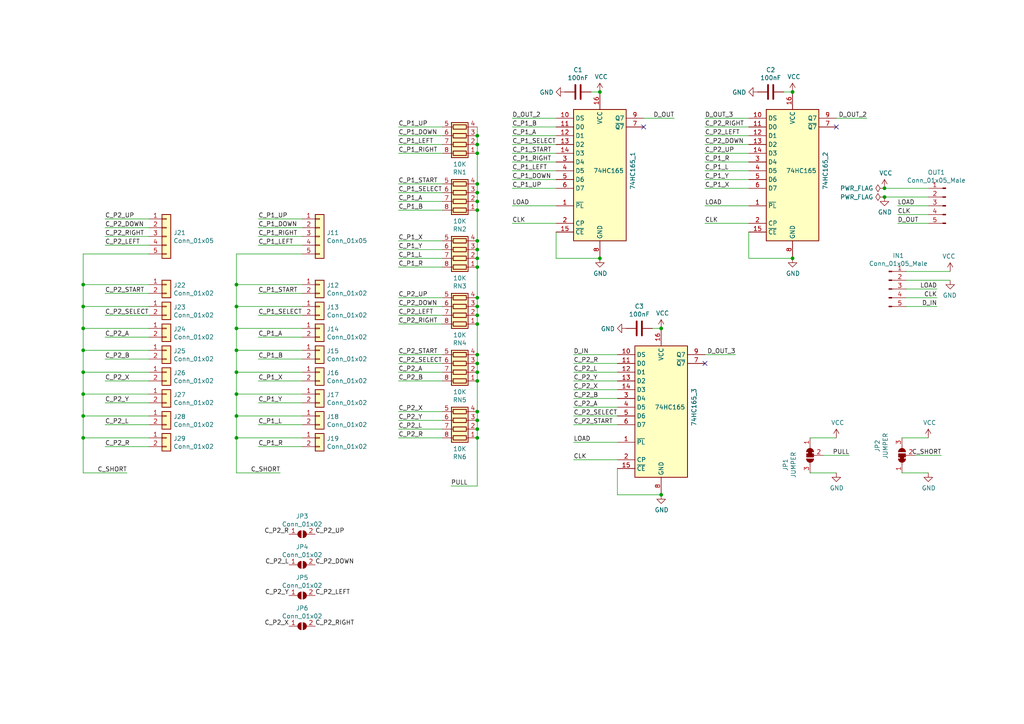
<source format=kicad_sch>
(kicad_sch (version 20211123) (generator eeschema)

  (uuid 983c426c-24e0-4c65-ab69-1f1824adc5c6)

  (paper "A4")

  (title_block
    (title "Joystick Input (JST Ver)")
    (rev "1")
    (company "Amos Home")
  )

  (lib_symbols
    (symbol "74xx:74HC165" (in_bom yes) (on_board yes)
      (property "Reference" "U" (id 0) (at -7.62 19.05 0)
        (effects (font (size 1.27 1.27)))
      )
      (property "Value" "74HC165" (id 1) (at -7.62 -21.59 0)
        (effects (font (size 1.27 1.27)))
      )
      (property "Footprint" "" (id 2) (at 0 0 0)
        (effects (font (size 1.27 1.27)) hide)
      )
      (property "Datasheet" "https://assets.nexperia.com/documents/data-sheet/74HC_HCT165.pdf" (id 3) (at 0 0 0)
        (effects (font (size 1.27 1.27)) hide)
      )
      (property "ki_keywords" "8 bit shift register parallel load cmos" (id 4) (at 0 0 0)
        (effects (font (size 1.27 1.27)) hide)
      )
      (property "ki_description" "Shift Register, 8-bit, Parallel Load" (id 5) (at 0 0 0)
        (effects (font (size 1.27 1.27)) hide)
      )
      (property "ki_fp_filters" "DIP?16* SO*16*3.9x9.9mm*P1.27mm* SSOP*16*5.3x6.2mm*P0.65mm* TSSOP*16*4.4x5mm*P0.65*" (id 6) (at 0 0 0)
        (effects (font (size 1.27 1.27)) hide)
      )
      (symbol "74HC165_1_0"
        (pin input line (at -12.7 -10.16 0) (length 5.08)
          (name "~{PL}" (effects (font (size 1.27 1.27))))
          (number "1" (effects (font (size 1.27 1.27))))
        )
        (pin input line (at -12.7 15.24 0) (length 5.08)
          (name "DS" (effects (font (size 1.27 1.27))))
          (number "10" (effects (font (size 1.27 1.27))))
        )
        (pin input line (at -12.7 12.7 0) (length 5.08)
          (name "D0" (effects (font (size 1.27 1.27))))
          (number "11" (effects (font (size 1.27 1.27))))
        )
        (pin input line (at -12.7 10.16 0) (length 5.08)
          (name "D1" (effects (font (size 1.27 1.27))))
          (number "12" (effects (font (size 1.27 1.27))))
        )
        (pin input line (at -12.7 7.62 0) (length 5.08)
          (name "D2" (effects (font (size 1.27 1.27))))
          (number "13" (effects (font (size 1.27 1.27))))
        )
        (pin input line (at -12.7 5.08 0) (length 5.08)
          (name "D3" (effects (font (size 1.27 1.27))))
          (number "14" (effects (font (size 1.27 1.27))))
        )
        (pin input line (at -12.7 -17.78 0) (length 5.08)
          (name "~{CE}" (effects (font (size 1.27 1.27))))
          (number "15" (effects (font (size 1.27 1.27))))
        )
        (pin power_in line (at 0 22.86 270) (length 5.08)
          (name "VCC" (effects (font (size 1.27 1.27))))
          (number "16" (effects (font (size 1.27 1.27))))
        )
        (pin input line (at -12.7 -15.24 0) (length 5.08)
          (name "CP" (effects (font (size 1.27 1.27))))
          (number "2" (effects (font (size 1.27 1.27))))
        )
        (pin input line (at -12.7 2.54 0) (length 5.08)
          (name "D4" (effects (font (size 1.27 1.27))))
          (number "3" (effects (font (size 1.27 1.27))))
        )
        (pin input line (at -12.7 0 0) (length 5.08)
          (name "D5" (effects (font (size 1.27 1.27))))
          (number "4" (effects (font (size 1.27 1.27))))
        )
        (pin input line (at -12.7 -2.54 0) (length 5.08)
          (name "D6" (effects (font (size 1.27 1.27))))
          (number "5" (effects (font (size 1.27 1.27))))
        )
        (pin input line (at -12.7 -5.08 0) (length 5.08)
          (name "D7" (effects (font (size 1.27 1.27))))
          (number "6" (effects (font (size 1.27 1.27))))
        )
        (pin output line (at 12.7 12.7 180) (length 5.08)
          (name "~{Q7}" (effects (font (size 1.27 1.27))))
          (number "7" (effects (font (size 1.27 1.27))))
        )
        (pin power_in line (at 0 -25.4 90) (length 5.08)
          (name "GND" (effects (font (size 1.27 1.27))))
          (number "8" (effects (font (size 1.27 1.27))))
        )
        (pin output line (at 12.7 15.24 180) (length 5.08)
          (name "Q7" (effects (font (size 1.27 1.27))))
          (number "9" (effects (font (size 1.27 1.27))))
        )
      )
      (symbol "74HC165_1_1"
        (rectangle (start -7.62 17.78) (end 7.62 -20.32)
          (stroke (width 0.254) (type default) (color 0 0 0 0))
          (fill (type background))
        )
      )
    )
    (symbol "Connector:Conn_01x05_Male" (pin_names (offset 1.016) hide) (in_bom yes) (on_board yes)
      (property "Reference" "J" (id 0) (at 0 7.62 0)
        (effects (font (size 1.27 1.27)))
      )
      (property "Value" "Conn_01x05_Male" (id 1) (at 0 -7.62 0)
        (effects (font (size 1.27 1.27)))
      )
      (property "Footprint" "" (id 2) (at 0 0 0)
        (effects (font (size 1.27 1.27)) hide)
      )
      (property "Datasheet" "~" (id 3) (at 0 0 0)
        (effects (font (size 1.27 1.27)) hide)
      )
      (property "ki_keywords" "connector" (id 4) (at 0 0 0)
        (effects (font (size 1.27 1.27)) hide)
      )
      (property "ki_description" "Generic connector, single row, 01x05, script generated (kicad-library-utils/schlib/autogen/connector/)" (id 5) (at 0 0 0)
        (effects (font (size 1.27 1.27)) hide)
      )
      (property "ki_fp_filters" "Connector*:*_1x??_*" (id 6) (at 0 0 0)
        (effects (font (size 1.27 1.27)) hide)
      )
      (symbol "Conn_01x05_Male_1_1"
        (polyline
          (pts
            (xy 1.27 -5.08)
            (xy 0.8636 -5.08)
          )
          (stroke (width 0.1524) (type default) (color 0 0 0 0))
          (fill (type none))
        )
        (polyline
          (pts
            (xy 1.27 -2.54)
            (xy 0.8636 -2.54)
          )
          (stroke (width 0.1524) (type default) (color 0 0 0 0))
          (fill (type none))
        )
        (polyline
          (pts
            (xy 1.27 0)
            (xy 0.8636 0)
          )
          (stroke (width 0.1524) (type default) (color 0 0 0 0))
          (fill (type none))
        )
        (polyline
          (pts
            (xy 1.27 2.54)
            (xy 0.8636 2.54)
          )
          (stroke (width 0.1524) (type default) (color 0 0 0 0))
          (fill (type none))
        )
        (polyline
          (pts
            (xy 1.27 5.08)
            (xy 0.8636 5.08)
          )
          (stroke (width 0.1524) (type default) (color 0 0 0 0))
          (fill (type none))
        )
        (rectangle (start 0.8636 -4.953) (end 0 -5.207)
          (stroke (width 0.1524) (type default) (color 0 0 0 0))
          (fill (type outline))
        )
        (rectangle (start 0.8636 -2.413) (end 0 -2.667)
          (stroke (width 0.1524) (type default) (color 0 0 0 0))
          (fill (type outline))
        )
        (rectangle (start 0.8636 0.127) (end 0 -0.127)
          (stroke (width 0.1524) (type default) (color 0 0 0 0))
          (fill (type outline))
        )
        (rectangle (start 0.8636 2.667) (end 0 2.413)
          (stroke (width 0.1524) (type default) (color 0 0 0 0))
          (fill (type outline))
        )
        (rectangle (start 0.8636 5.207) (end 0 4.953)
          (stroke (width 0.1524) (type default) (color 0 0 0 0))
          (fill (type outline))
        )
        (pin passive line (at 5.08 5.08 180) (length 3.81)
          (name "Pin_1" (effects (font (size 1.27 1.27))))
          (number "1" (effects (font (size 1.27 1.27))))
        )
        (pin passive line (at 5.08 2.54 180) (length 3.81)
          (name "Pin_2" (effects (font (size 1.27 1.27))))
          (number "2" (effects (font (size 1.27 1.27))))
        )
        (pin passive line (at 5.08 0 180) (length 3.81)
          (name "Pin_3" (effects (font (size 1.27 1.27))))
          (number "3" (effects (font (size 1.27 1.27))))
        )
        (pin passive line (at 5.08 -2.54 180) (length 3.81)
          (name "Pin_4" (effects (font (size 1.27 1.27))))
          (number "4" (effects (font (size 1.27 1.27))))
        )
        (pin passive line (at 5.08 -5.08 180) (length 3.81)
          (name "Pin_5" (effects (font (size 1.27 1.27))))
          (number "5" (effects (font (size 1.27 1.27))))
        )
      )
    )
    (symbol "Connector_Generic:Conn_01x02" (pin_names (offset 1.016) hide) (in_bom yes) (on_board yes)
      (property "Reference" "J" (id 0) (at 0 2.54 0)
        (effects (font (size 1.27 1.27)))
      )
      (property "Value" "Conn_01x02" (id 1) (at 0 -5.08 0)
        (effects (font (size 1.27 1.27)))
      )
      (property "Footprint" "" (id 2) (at 0 0 0)
        (effects (font (size 1.27 1.27)) hide)
      )
      (property "Datasheet" "~" (id 3) (at 0 0 0)
        (effects (font (size 1.27 1.27)) hide)
      )
      (property "ki_keywords" "connector" (id 4) (at 0 0 0)
        (effects (font (size 1.27 1.27)) hide)
      )
      (property "ki_description" "Generic connector, single row, 01x02, script generated (kicad-library-utils/schlib/autogen/connector/)" (id 5) (at 0 0 0)
        (effects (font (size 1.27 1.27)) hide)
      )
      (property "ki_fp_filters" "Connector*:*_1x??_*" (id 6) (at 0 0 0)
        (effects (font (size 1.27 1.27)) hide)
      )
      (symbol "Conn_01x02_1_1"
        (rectangle (start -1.27 -2.413) (end 0 -2.667)
          (stroke (width 0.1524) (type default) (color 0 0 0 0))
          (fill (type none))
        )
        (rectangle (start -1.27 0.127) (end 0 -0.127)
          (stroke (width 0.1524) (type default) (color 0 0 0 0))
          (fill (type none))
        )
        (rectangle (start -1.27 1.27) (end 1.27 -3.81)
          (stroke (width 0.254) (type default) (color 0 0 0 0))
          (fill (type background))
        )
        (pin passive line (at -5.08 0 0) (length 3.81)
          (name "Pin_1" (effects (font (size 1.27 1.27))))
          (number "1" (effects (font (size 1.27 1.27))))
        )
        (pin passive line (at -5.08 -2.54 0) (length 3.81)
          (name "Pin_2" (effects (font (size 1.27 1.27))))
          (number "2" (effects (font (size 1.27 1.27))))
        )
      )
    )
    (symbol "Connector_Generic:Conn_01x05" (pin_names (offset 1.016) hide) (in_bom yes) (on_board yes)
      (property "Reference" "J" (id 0) (at 0 7.62 0)
        (effects (font (size 1.27 1.27)))
      )
      (property "Value" "Conn_01x05" (id 1) (at 0 -7.62 0)
        (effects (font (size 1.27 1.27)))
      )
      (property "Footprint" "" (id 2) (at 0 0 0)
        (effects (font (size 1.27 1.27)) hide)
      )
      (property "Datasheet" "~" (id 3) (at 0 0 0)
        (effects (font (size 1.27 1.27)) hide)
      )
      (property "ki_keywords" "connector" (id 4) (at 0 0 0)
        (effects (font (size 1.27 1.27)) hide)
      )
      (property "ki_description" "Generic connector, single row, 01x05, script generated (kicad-library-utils/schlib/autogen/connector/)" (id 5) (at 0 0 0)
        (effects (font (size 1.27 1.27)) hide)
      )
      (property "ki_fp_filters" "Connector*:*_1x??_*" (id 6) (at 0 0 0)
        (effects (font (size 1.27 1.27)) hide)
      )
      (symbol "Conn_01x05_1_1"
        (rectangle (start -1.27 -4.953) (end 0 -5.207)
          (stroke (width 0.1524) (type default) (color 0 0 0 0))
          (fill (type none))
        )
        (rectangle (start -1.27 -2.413) (end 0 -2.667)
          (stroke (width 0.1524) (type default) (color 0 0 0 0))
          (fill (type none))
        )
        (rectangle (start -1.27 0.127) (end 0 -0.127)
          (stroke (width 0.1524) (type default) (color 0 0 0 0))
          (fill (type none))
        )
        (rectangle (start -1.27 2.667) (end 0 2.413)
          (stroke (width 0.1524) (type default) (color 0 0 0 0))
          (fill (type none))
        )
        (rectangle (start -1.27 5.207) (end 0 4.953)
          (stroke (width 0.1524) (type default) (color 0 0 0 0))
          (fill (type none))
        )
        (rectangle (start -1.27 6.35) (end 1.27 -6.35)
          (stroke (width 0.254) (type default) (color 0 0 0 0))
          (fill (type background))
        )
        (pin passive line (at -5.08 5.08 0) (length 3.81)
          (name "Pin_1" (effects (font (size 1.27 1.27))))
          (number "1" (effects (font (size 1.27 1.27))))
        )
        (pin passive line (at -5.08 2.54 0) (length 3.81)
          (name "Pin_2" (effects (font (size 1.27 1.27))))
          (number "2" (effects (font (size 1.27 1.27))))
        )
        (pin passive line (at -5.08 0 0) (length 3.81)
          (name "Pin_3" (effects (font (size 1.27 1.27))))
          (number "3" (effects (font (size 1.27 1.27))))
        )
        (pin passive line (at -5.08 -2.54 0) (length 3.81)
          (name "Pin_4" (effects (font (size 1.27 1.27))))
          (number "4" (effects (font (size 1.27 1.27))))
        )
        (pin passive line (at -5.08 -5.08 0) (length 3.81)
          (name "Pin_5" (effects (font (size 1.27 1.27))))
          (number "5" (effects (font (size 1.27 1.27))))
        )
      )
    )
    (symbol "Device:C" (pin_numbers hide) (pin_names (offset 0.254)) (in_bom yes) (on_board yes)
      (property "Reference" "C" (id 0) (at 0.635 2.54 0)
        (effects (font (size 1.27 1.27)) (justify left))
      )
      (property "Value" "C" (id 1) (at 0.635 -2.54 0)
        (effects (font (size 1.27 1.27)) (justify left))
      )
      (property "Footprint" "" (id 2) (at 0.9652 -3.81 0)
        (effects (font (size 1.27 1.27)) hide)
      )
      (property "Datasheet" "~" (id 3) (at 0 0 0)
        (effects (font (size 1.27 1.27)) hide)
      )
      (property "ki_keywords" "cap capacitor" (id 4) (at 0 0 0)
        (effects (font (size 1.27 1.27)) hide)
      )
      (property "ki_description" "Unpolarized capacitor" (id 5) (at 0 0 0)
        (effects (font (size 1.27 1.27)) hide)
      )
      (property "ki_fp_filters" "C_*" (id 6) (at 0 0 0)
        (effects (font (size 1.27 1.27)) hide)
      )
      (symbol "C_0_1"
        (polyline
          (pts
            (xy -2.032 -0.762)
            (xy 2.032 -0.762)
          )
          (stroke (width 0.508) (type default) (color 0 0 0 0))
          (fill (type none))
        )
        (polyline
          (pts
            (xy -2.032 0.762)
            (xy 2.032 0.762)
          )
          (stroke (width 0.508) (type default) (color 0 0 0 0))
          (fill (type none))
        )
      )
      (symbol "C_1_1"
        (pin passive line (at 0 3.81 270) (length 2.794)
          (name "~" (effects (font (size 1.27 1.27))))
          (number "1" (effects (font (size 1.27 1.27))))
        )
        (pin passive line (at 0 -3.81 90) (length 2.794)
          (name "~" (effects (font (size 1.27 1.27))))
          (number "2" (effects (font (size 1.27 1.27))))
        )
      )
    )
    (symbol "Device:R_Pack04" (pin_names (offset 0) hide) (in_bom yes) (on_board yes)
      (property "Reference" "RN" (id 0) (at -7.62 0 90)
        (effects (font (size 1.27 1.27)))
      )
      (property "Value" "R_Pack04" (id 1) (at 5.08 0 90)
        (effects (font (size 1.27 1.27)))
      )
      (property "Footprint" "" (id 2) (at 6.985 0 90)
        (effects (font (size 1.27 1.27)) hide)
      )
      (property "Datasheet" "~" (id 3) (at 0 0 0)
        (effects (font (size 1.27 1.27)) hide)
      )
      (property "ki_keywords" "R network parallel topology isolated" (id 4) (at 0 0 0)
        (effects (font (size 1.27 1.27)) hide)
      )
      (property "ki_description" "4 resistor network, parallel topology" (id 5) (at 0 0 0)
        (effects (font (size 1.27 1.27)) hide)
      )
      (property "ki_fp_filters" "DIP* SOIC* R*Array*Concave* R*Array*Convex*" (id 6) (at 0 0 0)
        (effects (font (size 1.27 1.27)) hide)
      )
      (symbol "R_Pack04_0_1"
        (rectangle (start -6.35 -2.413) (end 3.81 2.413)
          (stroke (width 0.254) (type default) (color 0 0 0 0))
          (fill (type background))
        )
        (rectangle (start -5.715 1.905) (end -4.445 -1.905)
          (stroke (width 0.254) (type default) (color 0 0 0 0))
          (fill (type none))
        )
        (rectangle (start -3.175 1.905) (end -1.905 -1.905)
          (stroke (width 0.254) (type default) (color 0 0 0 0))
          (fill (type none))
        )
        (rectangle (start -0.635 1.905) (end 0.635 -1.905)
          (stroke (width 0.254) (type default) (color 0 0 0 0))
          (fill (type none))
        )
        (polyline
          (pts
            (xy -5.08 -2.54)
            (xy -5.08 -1.905)
          )
          (stroke (width 0) (type default) (color 0 0 0 0))
          (fill (type none))
        )
        (polyline
          (pts
            (xy -5.08 1.905)
            (xy -5.08 2.54)
          )
          (stroke (width 0) (type default) (color 0 0 0 0))
          (fill (type none))
        )
        (polyline
          (pts
            (xy -2.54 -2.54)
            (xy -2.54 -1.905)
          )
          (stroke (width 0) (type default) (color 0 0 0 0))
          (fill (type none))
        )
        (polyline
          (pts
            (xy -2.54 1.905)
            (xy -2.54 2.54)
          )
          (stroke (width 0) (type default) (color 0 0 0 0))
          (fill (type none))
        )
        (polyline
          (pts
            (xy 0 -2.54)
            (xy 0 -1.905)
          )
          (stroke (width 0) (type default) (color 0 0 0 0))
          (fill (type none))
        )
        (polyline
          (pts
            (xy 0 1.905)
            (xy 0 2.54)
          )
          (stroke (width 0) (type default) (color 0 0 0 0))
          (fill (type none))
        )
        (polyline
          (pts
            (xy 2.54 -2.54)
            (xy 2.54 -1.905)
          )
          (stroke (width 0) (type default) (color 0 0 0 0))
          (fill (type none))
        )
        (polyline
          (pts
            (xy 2.54 1.905)
            (xy 2.54 2.54)
          )
          (stroke (width 0) (type default) (color 0 0 0 0))
          (fill (type none))
        )
        (rectangle (start 1.905 1.905) (end 3.175 -1.905)
          (stroke (width 0.254) (type default) (color 0 0 0 0))
          (fill (type none))
        )
      )
      (symbol "R_Pack04_1_1"
        (pin passive line (at -5.08 -5.08 90) (length 2.54)
          (name "R1.1" (effects (font (size 1.27 1.27))))
          (number "1" (effects (font (size 1.27 1.27))))
        )
        (pin passive line (at -2.54 -5.08 90) (length 2.54)
          (name "R2.1" (effects (font (size 1.27 1.27))))
          (number "2" (effects (font (size 1.27 1.27))))
        )
        (pin passive line (at 0 -5.08 90) (length 2.54)
          (name "R3.1" (effects (font (size 1.27 1.27))))
          (number "3" (effects (font (size 1.27 1.27))))
        )
        (pin passive line (at 2.54 -5.08 90) (length 2.54)
          (name "R4.1" (effects (font (size 1.27 1.27))))
          (number "4" (effects (font (size 1.27 1.27))))
        )
        (pin passive line (at 2.54 5.08 270) (length 2.54)
          (name "R4.2" (effects (font (size 1.27 1.27))))
          (number "5" (effects (font (size 1.27 1.27))))
        )
        (pin passive line (at 0 5.08 270) (length 2.54)
          (name "R3.2" (effects (font (size 1.27 1.27))))
          (number "6" (effects (font (size 1.27 1.27))))
        )
        (pin passive line (at -2.54 5.08 270) (length 2.54)
          (name "R2.2" (effects (font (size 1.27 1.27))))
          (number "7" (effects (font (size 1.27 1.27))))
        )
        (pin passive line (at -5.08 5.08 270) (length 2.54)
          (name "R1.2" (effects (font (size 1.27 1.27))))
          (number "8" (effects (font (size 1.27 1.27))))
        )
      )
    )
    (symbol "Jumper:SolderJumper_2_Open" (pin_names (offset 0) hide) (in_bom yes) (on_board yes)
      (property "Reference" "JP" (id 0) (at 0 2.032 0)
        (effects (font (size 1.27 1.27)))
      )
      (property "Value" "SolderJumper_2_Open" (id 1) (at 0 -2.54 0)
        (effects (font (size 1.27 1.27)))
      )
      (property "Footprint" "" (id 2) (at 0 0 0)
        (effects (font (size 1.27 1.27)) hide)
      )
      (property "Datasheet" "~" (id 3) (at 0 0 0)
        (effects (font (size 1.27 1.27)) hide)
      )
      (property "ki_keywords" "solder jumper SPST" (id 4) (at 0 0 0)
        (effects (font (size 1.27 1.27)) hide)
      )
      (property "ki_description" "Solder Jumper, 2-pole, open" (id 5) (at 0 0 0)
        (effects (font (size 1.27 1.27)) hide)
      )
      (property "ki_fp_filters" "SolderJumper*Open*" (id 6) (at 0 0 0)
        (effects (font (size 1.27 1.27)) hide)
      )
      (symbol "SolderJumper_2_Open_0_1"
        (arc (start -0.254 1.016) (mid -1.27 0) (end -0.254 -1.016)
          (stroke (width 0) (type default) (color 0 0 0 0))
          (fill (type none))
        )
        (arc (start -0.254 1.016) (mid -1.27 0) (end -0.254 -1.016)
          (stroke (width 0) (type default) (color 0 0 0 0))
          (fill (type outline))
        )
        (polyline
          (pts
            (xy -0.254 1.016)
            (xy -0.254 -1.016)
          )
          (stroke (width 0) (type default) (color 0 0 0 0))
          (fill (type none))
        )
        (polyline
          (pts
            (xy 0.254 1.016)
            (xy 0.254 -1.016)
          )
          (stroke (width 0) (type default) (color 0 0 0 0))
          (fill (type none))
        )
        (arc (start 0.254 -1.016) (mid 1.27 0) (end 0.254 1.016)
          (stroke (width 0) (type default) (color 0 0 0 0))
          (fill (type none))
        )
        (arc (start 0.254 -1.016) (mid 1.27 0) (end 0.254 1.016)
          (stroke (width 0) (type default) (color 0 0 0 0))
          (fill (type outline))
        )
      )
      (symbol "SolderJumper_2_Open_1_1"
        (pin passive line (at -3.81 0 0) (length 2.54)
          (name "A" (effects (font (size 1.27 1.27))))
          (number "1" (effects (font (size 1.27 1.27))))
        )
        (pin passive line (at 3.81 0 180) (length 2.54)
          (name "B" (effects (font (size 1.27 1.27))))
          (number "2" (effects (font (size 1.27 1.27))))
        )
      )
    )
    (symbol "Jumper:SolderJumper_3_Bridged12" (pin_names (offset 0) hide) (in_bom yes) (on_board yes)
      (property "Reference" "JP" (id 0) (at -2.54 -2.54 0)
        (effects (font (size 1.27 1.27)))
      )
      (property "Value" "SolderJumper_3_Bridged12" (id 1) (at 0 2.794 0)
        (effects (font (size 1.27 1.27)))
      )
      (property "Footprint" "" (id 2) (at 0 0 0)
        (effects (font (size 1.27 1.27)) hide)
      )
      (property "Datasheet" "~" (id 3) (at 0 0 0)
        (effects (font (size 1.27 1.27)) hide)
      )
      (property "ki_keywords" "Solder Jumper SPDT" (id 4) (at 0 0 0)
        (effects (font (size 1.27 1.27)) hide)
      )
      (property "ki_description" "3-pole Solder Jumper, pins 1+2 closed/bridged" (id 5) (at 0 0 0)
        (effects (font (size 1.27 1.27)) hide)
      )
      (property "ki_fp_filters" "SolderJumper*Bridged12*" (id 6) (at 0 0 0)
        (effects (font (size 1.27 1.27)) hide)
      )
      (symbol "SolderJumper_3_Bridged12_0_1"
        (rectangle (start -1.016 0.508) (end -0.508 -0.508)
          (stroke (width 0) (type default) (color 0 0 0 0))
          (fill (type outline))
        )
        (arc (start -1.016 1.016) (mid -2.032 0) (end -1.016 -1.016)
          (stroke (width 0) (type default) (color 0 0 0 0))
          (fill (type none))
        )
        (arc (start -1.016 1.016) (mid -2.032 0) (end -1.016 -1.016)
          (stroke (width 0) (type default) (color 0 0 0 0))
          (fill (type outline))
        )
        (rectangle (start -0.508 1.016) (end 0.508 -1.016)
          (stroke (width 0) (type default) (color 0 0 0 0))
          (fill (type outline))
        )
        (polyline
          (pts
            (xy -2.54 0)
            (xy -2.032 0)
          )
          (stroke (width 0) (type default) (color 0 0 0 0))
          (fill (type none))
        )
        (polyline
          (pts
            (xy -1.016 1.016)
            (xy -1.016 -1.016)
          )
          (stroke (width 0) (type default) (color 0 0 0 0))
          (fill (type none))
        )
        (polyline
          (pts
            (xy 0 -1.27)
            (xy 0 -1.016)
          )
          (stroke (width 0) (type default) (color 0 0 0 0))
          (fill (type none))
        )
        (polyline
          (pts
            (xy 1.016 1.016)
            (xy 1.016 -1.016)
          )
          (stroke (width 0) (type default) (color 0 0 0 0))
          (fill (type none))
        )
        (polyline
          (pts
            (xy 2.54 0)
            (xy 2.032 0)
          )
          (stroke (width 0) (type default) (color 0 0 0 0))
          (fill (type none))
        )
        (arc (start 1.016 -1.016) (mid 2.032 0) (end 1.016 1.016)
          (stroke (width 0) (type default) (color 0 0 0 0))
          (fill (type none))
        )
        (arc (start 1.016 -1.016) (mid 2.032 0) (end 1.016 1.016)
          (stroke (width 0) (type default) (color 0 0 0 0))
          (fill (type outline))
        )
      )
      (symbol "SolderJumper_3_Bridged12_1_1"
        (pin passive line (at -5.08 0 0) (length 2.54)
          (name "A" (effects (font (size 1.27 1.27))))
          (number "1" (effects (font (size 1.27 1.27))))
        )
        (pin passive line (at 0 -3.81 90) (length 2.54)
          (name "C" (effects (font (size 1.27 1.27))))
          (number "2" (effects (font (size 1.27 1.27))))
        )
        (pin passive line (at 5.08 0 180) (length 2.54)
          (name "B" (effects (font (size 1.27 1.27))))
          (number "3" (effects (font (size 1.27 1.27))))
        )
      )
    )
    (symbol "power:GND" (power) (pin_names (offset 0)) (in_bom yes) (on_board yes)
      (property "Reference" "#PWR" (id 0) (at 0 -6.35 0)
        (effects (font (size 1.27 1.27)) hide)
      )
      (property "Value" "GND" (id 1) (at 0 -3.81 0)
        (effects (font (size 1.27 1.27)))
      )
      (property "Footprint" "" (id 2) (at 0 0 0)
        (effects (font (size 1.27 1.27)) hide)
      )
      (property "Datasheet" "" (id 3) (at 0 0 0)
        (effects (font (size 1.27 1.27)) hide)
      )
      (property "ki_keywords" "power-flag" (id 4) (at 0 0 0)
        (effects (font (size 1.27 1.27)) hide)
      )
      (property "ki_description" "Power symbol creates a global label with name \"GND\" , ground" (id 5) (at 0 0 0)
        (effects (font (size 1.27 1.27)) hide)
      )
      (symbol "GND_0_1"
        (polyline
          (pts
            (xy 0 0)
            (xy 0 -1.27)
            (xy 1.27 -1.27)
            (xy 0 -2.54)
            (xy -1.27 -1.27)
            (xy 0 -1.27)
          )
          (stroke (width 0) (type default) (color 0 0 0 0))
          (fill (type none))
        )
      )
      (symbol "GND_1_1"
        (pin power_in line (at 0 0 270) (length 0) hide
          (name "GND" (effects (font (size 1.27 1.27))))
          (number "1" (effects (font (size 1.27 1.27))))
        )
      )
    )
    (symbol "power:PWR_FLAG" (power) (pin_numbers hide) (pin_names (offset 0) hide) (in_bom yes) (on_board yes)
      (property "Reference" "#FLG" (id 0) (at 0 1.905 0)
        (effects (font (size 1.27 1.27)) hide)
      )
      (property "Value" "PWR_FLAG" (id 1) (at 0 3.81 0)
        (effects (font (size 1.27 1.27)))
      )
      (property "Footprint" "" (id 2) (at 0 0 0)
        (effects (font (size 1.27 1.27)) hide)
      )
      (property "Datasheet" "~" (id 3) (at 0 0 0)
        (effects (font (size 1.27 1.27)) hide)
      )
      (property "ki_keywords" "power-flag" (id 4) (at 0 0 0)
        (effects (font (size 1.27 1.27)) hide)
      )
      (property "ki_description" "Special symbol for telling ERC where power comes from" (id 5) (at 0 0 0)
        (effects (font (size 1.27 1.27)) hide)
      )
      (symbol "PWR_FLAG_0_0"
        (pin power_out line (at 0 0 90) (length 0)
          (name "pwr" (effects (font (size 1.27 1.27))))
          (number "1" (effects (font (size 1.27 1.27))))
        )
      )
      (symbol "PWR_FLAG_0_1"
        (polyline
          (pts
            (xy 0 0)
            (xy 0 1.27)
            (xy -1.016 1.905)
            (xy 0 2.54)
            (xy 1.016 1.905)
            (xy 0 1.27)
          )
          (stroke (width 0) (type default) (color 0 0 0 0))
          (fill (type none))
        )
      )
    )
    (symbol "power:VCC" (power) (pin_names (offset 0)) (in_bom yes) (on_board yes)
      (property "Reference" "#PWR" (id 0) (at 0 -3.81 0)
        (effects (font (size 1.27 1.27)) hide)
      )
      (property "Value" "VCC" (id 1) (at 0 3.81 0)
        (effects (font (size 1.27 1.27)))
      )
      (property "Footprint" "" (id 2) (at 0 0 0)
        (effects (font (size 1.27 1.27)) hide)
      )
      (property "Datasheet" "" (id 3) (at 0 0 0)
        (effects (font (size 1.27 1.27)) hide)
      )
      (property "ki_keywords" "power-flag" (id 4) (at 0 0 0)
        (effects (font (size 1.27 1.27)) hide)
      )
      (property "ki_description" "Power symbol creates a global label with name \"VCC\"" (id 5) (at 0 0 0)
        (effects (font (size 1.27 1.27)) hide)
      )
      (symbol "VCC_0_1"
        (polyline
          (pts
            (xy -0.762 1.27)
            (xy 0 2.54)
          )
          (stroke (width 0) (type default) (color 0 0 0 0))
          (fill (type none))
        )
        (polyline
          (pts
            (xy 0 0)
            (xy 0 2.54)
          )
          (stroke (width 0) (type default) (color 0 0 0 0))
          (fill (type none))
        )
        (polyline
          (pts
            (xy 0 2.54)
            (xy 0.762 1.27)
          )
          (stroke (width 0) (type default) (color 0 0 0 0))
          (fill (type none))
        )
      )
      (symbol "VCC_1_1"
        (pin power_in line (at 0 0 90) (length 0) hide
          (name "VCC" (effects (font (size 1.27 1.27))))
          (number "1" (effects (font (size 1.27 1.27))))
        )
      )
    )
  )

  (junction (at 173.99 74.93) (diameter 0) (color 0 0 0 0)
    (uuid 003c2200-0632-4808-a662-8ddd5d30c768)
  )
  (junction (at 68.58 82.55) (diameter 0) (color 0 0 0 0)
    (uuid 011ee658-718d-416a-85fd-961729cd1ee5)
  )
  (junction (at 138.43 60.96) (diameter 0) (color 0 0 0 0)
    (uuid 173f6f06-e7d0-42ac-ab03-ce6b79b9eeee)
  )
  (junction (at 138.43 124.46) (diameter 0) (color 0 0 0 0)
    (uuid 18b7e157-ae67-48ad-bd7c-9fef6fe45b22)
  )
  (junction (at 68.58 114.3) (diameter 0) (color 0 0 0 0)
    (uuid 18c61c95-8af1-4986-b67e-c7af9c15ab6b)
  )
  (junction (at 68.58 127) (diameter 0) (color 0 0 0 0)
    (uuid 2035ea48-3ef5-4d7f-8c3c-50981b30c89a)
  )
  (junction (at 24.13 107.95) (diameter 0) (color 0 0 0 0)
    (uuid 22bb6c80-05a9-4d89-98b0-f4c23fe6c1ce)
  )
  (junction (at 138.43 88.9) (diameter 0) (color 0 0 0 0)
    (uuid 29e058a7-50a3-43e5-81c3-bfee53da08be)
  )
  (junction (at 24.13 101.6) (diameter 0) (color 0 0 0 0)
    (uuid 2db910a0-b943-40b4-b81f-068ba5265f56)
  )
  (junction (at 68.58 120.65) (diameter 0) (color 0 0 0 0)
    (uuid 2e90e294-82e1-45da-9bf1-b91dfe0dc8f6)
  )
  (junction (at 24.13 95.25) (diameter 0) (color 0 0 0 0)
    (uuid 30c33e3e-fb78-498d-bffe-76273d527004)
  )
  (junction (at 24.13 127) (diameter 0) (color 0 0 0 0)
    (uuid 3f8a5430-68a9-4732-9b89-4e00dd8ae219)
  )
  (junction (at 138.43 86.36) (diameter 0) (color 0 0 0 0)
    (uuid 3fd54105-4b7e-4004-9801-76ec66108a22)
  )
  (junction (at 229.87 74.93) (diameter 0) (color 0 0 0 0)
    (uuid 4a4ec8d9-3d72-4952-83d4-808f65849a2b)
  )
  (junction (at 68.58 107.95) (diameter 0) (color 0 0 0 0)
    (uuid 4e27930e-1827-4788-aa6b-487321d46602)
  )
  (junction (at 24.13 88.9) (diameter 0) (color 0 0 0 0)
    (uuid 57276367-9ce4-4738-88d7-6e8cb94c966c)
  )
  (junction (at 68.58 95.25) (diameter 0) (color 0 0 0 0)
    (uuid 593b8647-0095-46cc-ba23-3cf2a86edb5e)
  )
  (junction (at 138.43 91.44) (diameter 0) (color 0 0 0 0)
    (uuid 5cf2db29-f7ab-499a-9907-cdeba64bf0f3)
  )
  (junction (at 138.43 127) (diameter 0) (color 0 0 0 0)
    (uuid 5fc9acb6-6dbb-4598-825b-4b9e7c4c67c4)
  )
  (junction (at 256.54 57.15) (diameter 0) (color 0 0 0 0)
    (uuid 6475547d-3216-45a4-a15c-48314f1dd0f9)
  )
  (junction (at 138.43 39.37) (diameter 0) (color 0 0 0 0)
    (uuid 6bf05d19-ba3e-4ba6-8a6f-4e0bc45ea3b2)
  )
  (junction (at 256.54 54.61) (diameter 0) (color 0 0 0 0)
    (uuid 6bfe5804-2ef9-4c65-b2a7-f01e4014370a)
  )
  (junction (at 68.58 88.9) (diameter 0) (color 0 0 0 0)
    (uuid 7a74c4b1-6243-4a12-85a2-bc41d346e7aa)
  )
  (junction (at 138.43 44.45) (diameter 0) (color 0 0 0 0)
    (uuid 7afa54c4-2181-41d3-81f7-39efc497ecae)
  )
  (junction (at 138.43 102.87) (diameter 0) (color 0 0 0 0)
    (uuid 7b044939-8c4d-444f-b9e0-a15fcdeb5a86)
  )
  (junction (at 138.43 105.41) (diameter 0) (color 0 0 0 0)
    (uuid 7e0a03ae-d054-4f76-a131-5c09b8dc1636)
  )
  (junction (at 191.77 95.25) (diameter 0) (color 0 0 0 0)
    (uuid 8087f566-a94d-4bbc-985b-e49ee7762296)
  )
  (junction (at 138.43 74.93) (diameter 0) (color 0 0 0 0)
    (uuid 82be7aae-5d06-4178-8c3e-98760c41b054)
  )
  (junction (at 138.43 58.42) (diameter 0) (color 0 0 0 0)
    (uuid 8c0807a7-765b-4fa5-baaa-e09a2b610e6b)
  )
  (junction (at 138.43 110.49) (diameter 0) (color 0 0 0 0)
    (uuid 8d0c1d66-35ef-4a53-a28f-436a11b54f42)
  )
  (junction (at 138.43 107.95) (diameter 0) (color 0 0 0 0)
    (uuid 9193c41e-d425-447d-b95c-6986d66ea01c)
  )
  (junction (at 138.43 72.39) (diameter 0) (color 0 0 0 0)
    (uuid 935f462d-8b1e-4005-9f1e-17f537ab1756)
  )
  (junction (at 138.43 41.91) (diameter 0) (color 0 0 0 0)
    (uuid b7867831-ef82-4f33-a926-59e5c1c09b91)
  )
  (junction (at 138.43 55.88) (diameter 0) (color 0 0 0 0)
    (uuid bd9595a1-04f3-4fda-8f1b-e65ad874edd3)
  )
  (junction (at 68.58 101.6) (diameter 0) (color 0 0 0 0)
    (uuid bde95c06-433a-4c03-bc48-e3abcdb4e054)
  )
  (junction (at 24.13 82.55) (diameter 0) (color 0 0 0 0)
    (uuid c9b9e62d-dede-4d1a-9a05-275614f8bdb2)
  )
  (junction (at 173.99 26.67) (diameter 0) (color 0 0 0 0)
    (uuid ca5a4651-0d1d-441b-b17d-01518ef3b656)
  )
  (junction (at 138.43 69.85) (diameter 0) (color 0 0 0 0)
    (uuid cb16d05e-318b-4e51-867b-70d791d75bea)
  )
  (junction (at 138.43 119.38) (diameter 0) (color 0 0 0 0)
    (uuid e4aa537c-eb9d-4dbb-ac87-fae46af42391)
  )
  (junction (at 138.43 121.92) (diameter 0) (color 0 0 0 0)
    (uuid e4d2f565-25a0-48c6-be59-f4bf31ad2558)
  )
  (junction (at 138.43 77.47) (diameter 0) (color 0 0 0 0)
    (uuid e65b62be-e01b-4688-a999-1d1be370c4ae)
  )
  (junction (at 138.43 53.34) (diameter 0) (color 0 0 0 0)
    (uuid ebd06df3-d52b-4cff-99a2-a771df6d3733)
  )
  (junction (at 229.87 26.67) (diameter 0) (color 0 0 0 0)
    (uuid ee41cb8e-512d-41d2-81e1-3c50fff32aeb)
  )
  (junction (at 24.13 114.3) (diameter 0) (color 0 0 0 0)
    (uuid eed466bf-cd88-4860-9abf-41a594ca08bd)
  )
  (junction (at 191.77 143.51) (diameter 0) (color 0 0 0 0)
    (uuid f202141e-c20d-4cac-b016-06a44f2ecce8)
  )
  (junction (at 24.13 120.65) (diameter 0) (color 0 0 0 0)
    (uuid f64497d1-1d62-44a4-8e5e-6fba4ebc969a)
  )
  (junction (at 138.43 93.98) (diameter 0) (color 0 0 0 0)
    (uuid feb26ecb-9193-46ea-a41b-d09305bf0a3e)
  )

  (no_connect (at 242.57 36.83) (uuid 63ff1c93-3f96-4c33-b498-5dd8c33bccc0))
  (no_connect (at 204.47 105.41) (uuid 6c2d26bc-6eca-436c-8025-79f817bf57d6))
  (no_connect (at 186.69 36.83) (uuid b88717bd-086f-46cd-9d3f-0396009d0996))

  (wire (pts (xy 68.58 120.65) (xy 87.63 120.65))
    (stroke (width 0) (type default) (color 0 0 0 0))
    (uuid 00e38d63-5436-49db-81f5-697421f168fc)
  )
  (wire (pts (xy 138.43 93.98) (xy 138.43 102.87))
    (stroke (width 0) (type default) (color 0 0 0 0))
    (uuid 0325ec43-0390-4ae2-b055-b1ec6ce17b1c)
  )
  (wire (pts (xy 87.63 85.09) (xy 74.93 85.09))
    (stroke (width 0) (type default) (color 0 0 0 0))
    (uuid 0520f61d-4522-4301-a3fa-8ed0bf060f69)
  )
  (wire (pts (xy 138.43 69.85) (xy 138.43 72.39))
    (stroke (width 0) (type default) (color 0 0 0 0))
    (uuid 057af6bb-cf6f-4bfb-b0c0-2e92a2c09a47)
  )
  (wire (pts (xy 128.27 36.83) (xy 115.57 36.83))
    (stroke (width 0) (type default) (color 0 0 0 0))
    (uuid 071522c0-d0ed-49b9-906e-6295f67fb0dc)
  )
  (wire (pts (xy 229.87 74.93) (xy 217.17 74.93))
    (stroke (width 0) (type default) (color 0 0 0 0))
    (uuid 08a7c925-7fae-4530-b0c9-120e185cb318)
  )
  (wire (pts (xy 138.43 124.46) (xy 138.43 127))
    (stroke (width 0) (type default) (color 0 0 0 0))
    (uuid 0f31f11f-c374-4640-b9a4-07bbdba8d354)
  )
  (wire (pts (xy 43.18 85.09) (xy 30.48 85.09))
    (stroke (width 0) (type default) (color 0 0 0 0))
    (uuid 0fd35a3e-b394-4aae-875a-fac843f9cbb7)
  )
  (wire (pts (xy 269.24 59.69) (xy 260.35 59.69))
    (stroke (width 0) (type default) (color 0 0 0 0))
    (uuid 0ff508fd-18da-4ab7-9844-3c8a28c2587e)
  )
  (wire (pts (xy 148.59 46.99) (xy 161.29 46.99))
    (stroke (width 0) (type default) (color 0 0 0 0))
    (uuid 12422a89-3d0c-485c-9386-f77121fd68fd)
  )
  (wire (pts (xy 87.63 97.79) (xy 74.93 97.79))
    (stroke (width 0) (type default) (color 0 0 0 0))
    (uuid 143ed874-a01f-4ced-ba4e-bbb66ddd1f70)
  )
  (wire (pts (xy 166.37 113.03) (xy 179.07 113.03))
    (stroke (width 0) (type default) (color 0 0 0 0))
    (uuid 14769dc5-8525-4984-8b15-a734ee247efa)
  )
  (wire (pts (xy 68.58 88.9) (xy 87.63 88.9))
    (stroke (width 0) (type default) (color 0 0 0 0))
    (uuid 155b0b7c-70b4-4a26-a550-bac13cab0aa4)
  )
  (wire (pts (xy 24.13 88.9) (xy 43.18 88.9))
    (stroke (width 0) (type default) (color 0 0 0 0))
    (uuid 180245d9-4a3f-4d1b-adcc-b4eafac722e0)
  )
  (wire (pts (xy 179.07 135.89) (xy 179.07 143.51))
    (stroke (width 0) (type default) (color 0 0 0 0))
    (uuid 182b2d54-931d-49d6-9f39-60a752623e36)
  )
  (wire (pts (xy 166.37 115.57) (xy 179.07 115.57))
    (stroke (width 0) (type default) (color 0 0 0 0))
    (uuid 19c56563-5fe3-442a-885b-418dbc2421eb)
  )
  (wire (pts (xy 148.59 41.91) (xy 161.29 41.91))
    (stroke (width 0) (type default) (color 0 0 0 0))
    (uuid 1a6d2848-e78e-49fe-8978-e1890f07836f)
  )
  (wire (pts (xy 204.47 52.07) (xy 217.17 52.07))
    (stroke (width 0) (type default) (color 0 0 0 0))
    (uuid 1e8701fc-ad24-40ea-846a-e3db538d6077)
  )
  (wire (pts (xy 68.58 73.66) (xy 87.63 73.66))
    (stroke (width 0) (type default) (color 0 0 0 0))
    (uuid 1fa508ef-df83-4c99-846b-9acf535b3ad9)
  )
  (wire (pts (xy 43.18 66.04) (xy 30.48 66.04))
    (stroke (width 0) (type default) (color 0 0 0 0))
    (uuid 1fbb0219-551e-409b-a61b-76e8cebdfb9d)
  )
  (wire (pts (xy 138.43 102.87) (xy 138.43 105.41))
    (stroke (width 0) (type default) (color 0 0 0 0))
    (uuid 20c315f4-1e4f-49aa-8d61-778a7389df7e)
  )
  (wire (pts (xy 128.27 55.88) (xy 115.57 55.88))
    (stroke (width 0) (type default) (color 0 0 0 0))
    (uuid 20cca02e-4c4d-4961-b6b4-b40a1731b220)
  )
  (wire (pts (xy 166.37 118.11) (xy 179.07 118.11))
    (stroke (width 0) (type default) (color 0 0 0 0))
    (uuid 21ae9c3a-7138-444e-be38-56a4842ab594)
  )
  (wire (pts (xy 128.27 74.93) (xy 115.57 74.93))
    (stroke (width 0) (type default) (color 0 0 0 0))
    (uuid 22999e73-da32-43a5-9163-4b3a41614f25)
  )
  (wire (pts (xy 128.27 60.96) (xy 115.57 60.96))
    (stroke (width 0) (type default) (color 0 0 0 0))
    (uuid 240c10af-51b5-420e-a6f4-a2c8f5db1db5)
  )
  (wire (pts (xy 161.29 74.93) (xy 161.29 67.31))
    (stroke (width 0) (type default) (color 0 0 0 0))
    (uuid 240e07e1-770b-4b27-894f-29fd601c924d)
  )
  (wire (pts (xy 204.47 49.53) (xy 217.17 49.53))
    (stroke (width 0) (type default) (color 0 0 0 0))
    (uuid 25d545dc-8f50-4573-922c-35ef5a2a3a19)
  )
  (wire (pts (xy 138.43 39.37) (xy 138.43 41.91))
    (stroke (width 0) (type default) (color 0 0 0 0))
    (uuid 25e5aa8e-2696-44a3-8d3c-c2c53f2923cf)
  )
  (wire (pts (xy 128.27 93.98) (xy 115.57 93.98))
    (stroke (width 0) (type default) (color 0 0 0 0))
    (uuid 262f1ea9-0133-4b43-be36-456207ea857c)
  )
  (wire (pts (xy 138.43 107.95) (xy 138.43 110.49))
    (stroke (width 0) (type default) (color 0 0 0 0))
    (uuid 27d56953-c620-4d5b-9c1c-e48bc3d9684a)
  )
  (wire (pts (xy 24.13 114.3) (xy 43.18 114.3))
    (stroke (width 0) (type default) (color 0 0 0 0))
    (uuid 28e37b45-f843-47c2-85c9-ca19f5430ece)
  )
  (wire (pts (xy 261.62 137.16) (xy 269.24 137.16))
    (stroke (width 0) (type default) (color 0 0 0 0))
    (uuid 2d6db888-4e40-41c8-b701-07170fc894bc)
  )
  (wire (pts (xy 138.43 58.42) (xy 138.43 60.96))
    (stroke (width 0) (type default) (color 0 0 0 0))
    (uuid 2e842263-c0ba-46fd-a760-6624d4c78278)
  )
  (wire (pts (xy 138.43 55.88) (xy 138.43 58.42))
    (stroke (width 0) (type default) (color 0 0 0 0))
    (uuid 309b3bff-19c8-41ec-a84d-63399c649f46)
  )
  (wire (pts (xy 262.89 88.9) (xy 271.78 88.9))
    (stroke (width 0) (type default) (color 0 0 0 0))
    (uuid 378af8b4-af3d-46e7-89ae-deff12ca9067)
  )
  (wire (pts (xy 68.58 107.95) (xy 87.63 107.95))
    (stroke (width 0) (type default) (color 0 0 0 0))
    (uuid 38a501e2-0ee8-439d-bd02-e9e90e7503e9)
  )
  (wire (pts (xy 68.58 101.6) (xy 87.63 101.6))
    (stroke (width 0) (type default) (color 0 0 0 0))
    (uuid 399fc36a-ed5d-44b5-82f7-c6f83d9acc14)
  )
  (wire (pts (xy 265.43 132.08) (xy 273.05 132.08))
    (stroke (width 0) (type default) (color 0 0 0 0))
    (uuid 3aaee4c4-dbf7-49a5-a620-9465d8cc3ae7)
  )
  (wire (pts (xy 24.13 107.95) (xy 43.18 107.95))
    (stroke (width 0) (type default) (color 0 0 0 0))
    (uuid 3c5e5ea9-793d-46e3-86bc-5884c4490dc7)
  )
  (wire (pts (xy 148.59 52.07) (xy 161.29 52.07))
    (stroke (width 0) (type default) (color 0 0 0 0))
    (uuid 40165eda-4ba6-4565-9bb4-b9df6dbb08da)
  )
  (wire (pts (xy 43.18 91.44) (xy 30.48 91.44))
    (stroke (width 0) (type default) (color 0 0 0 0))
    (uuid 4185c36c-c66e-4dbd-be5d-841e551f4885)
  )
  (wire (pts (xy 24.13 120.65) (xy 24.13 127))
    (stroke (width 0) (type default) (color 0 0 0 0))
    (uuid 42ff012d-5eb7-42b9-bb45-415cf26799c6)
  )
  (wire (pts (xy 148.59 36.83) (xy 161.29 36.83))
    (stroke (width 0) (type default) (color 0 0 0 0))
    (uuid 45008225-f50f-4d6b-b508-6730a9408caf)
  )
  (wire (pts (xy 138.43 60.96) (xy 138.43 69.85))
    (stroke (width 0) (type default) (color 0 0 0 0))
    (uuid 4632212f-13ce-4392-bc68-ccb9ba333770)
  )
  (wire (pts (xy 148.59 59.69) (xy 161.29 59.69))
    (stroke (width 0) (type default) (color 0 0 0 0))
    (uuid 4780a290-d25c-4459-9579-eba3f7678762)
  )
  (wire (pts (xy 186.69 34.29) (xy 195.58 34.29))
    (stroke (width 0) (type default) (color 0 0 0 0))
    (uuid 4a850cb6-bb24-4274-a902-e49f34f0a0e3)
  )
  (wire (pts (xy 43.18 116.84) (xy 30.48 116.84))
    (stroke (width 0) (type default) (color 0 0 0 0))
    (uuid 4d4fecdd-be4a-47e9-9085-2268d5852d8f)
  )
  (wire (pts (xy 43.18 123.19) (xy 30.48 123.19))
    (stroke (width 0) (type default) (color 0 0 0 0))
    (uuid 4ec618ae-096f-4256-9328-005ee04f13d6)
  )
  (wire (pts (xy 87.63 63.5) (xy 74.93 63.5))
    (stroke (width 0) (type default) (color 0 0 0 0))
    (uuid 4f411f68-04bd-4175-a406-bcaa4cf6601e)
  )
  (wire (pts (xy 128.27 127) (xy 115.57 127))
    (stroke (width 0) (type default) (color 0 0 0 0))
    (uuid 4fa10683-33cd-4dcd-8acc-2415cd63c62a)
  )
  (wire (pts (xy 234.95 137.16) (xy 242.57 137.16))
    (stroke (width 0) (type default) (color 0 0 0 0))
    (uuid 5038e144-5119-49db-b6cf-f7c345f1cf03)
  )
  (wire (pts (xy 24.13 73.66) (xy 43.18 73.66))
    (stroke (width 0) (type default) (color 0 0 0 0))
    (uuid 54212c01-b363-47b8-a145-45c40df316f4)
  )
  (wire (pts (xy 138.43 140.97) (xy 130.81 140.97))
    (stroke (width 0) (type default) (color 0 0 0 0))
    (uuid 57c0c267-8bf9-4cc7-b734-d71a239ac313)
  )
  (wire (pts (xy 128.27 58.42) (xy 115.57 58.42))
    (stroke (width 0) (type default) (color 0 0 0 0))
    (uuid 592f25e6-a01b-47fd-8172-3da01117d00a)
  )
  (wire (pts (xy 128.27 44.45) (xy 115.57 44.45))
    (stroke (width 0) (type default) (color 0 0 0 0))
    (uuid 597a11f2-5d2c-4a65-ac95-38ad106e1367)
  )
  (wire (pts (xy 128.27 41.91) (xy 115.57 41.91))
    (stroke (width 0) (type default) (color 0 0 0 0))
    (uuid 59ec3156-036e-4049-89db-91a9dd07095f)
  )
  (wire (pts (xy 24.13 82.55) (xy 24.13 88.9))
    (stroke (width 0) (type default) (color 0 0 0 0))
    (uuid 5b0a5a46-7b51-4262-a80e-d33dd1806615)
  )
  (wire (pts (xy 166.37 102.87) (xy 179.07 102.87))
    (stroke (width 0) (type default) (color 0 0 0 0))
    (uuid 5bcace5d-edd0-4e19-92d0-835e43cf8eb2)
  )
  (wire (pts (xy 128.27 86.36) (xy 115.57 86.36))
    (stroke (width 0) (type default) (color 0 0 0 0))
    (uuid 5edcefbe-9766-42c8-9529-28d0ec865573)
  )
  (wire (pts (xy 138.43 44.45) (xy 138.43 53.34))
    (stroke (width 0) (type default) (color 0 0 0 0))
    (uuid 609b9e1b-4e3b-42b7-ac76-a62ec4d0e7c7)
  )
  (wire (pts (xy 68.58 95.25) (xy 68.58 101.6))
    (stroke (width 0) (type default) (color 0 0 0 0))
    (uuid 60aa0ce8-9d0e-48ca-bbf9-866403979e9b)
  )
  (wire (pts (xy 256.54 54.61) (xy 269.24 54.61))
    (stroke (width 0) (type default) (color 0 0 0 0))
    (uuid 639c0e59-e95c-4114-bccd-2e7277505454)
  )
  (wire (pts (xy 128.27 72.39) (xy 115.57 72.39))
    (stroke (width 0) (type default) (color 0 0 0 0))
    (uuid 658dad07-97fd-466c-8b49-21892ac96ea4)
  )
  (wire (pts (xy 238.76 132.08) (xy 246.38 132.08))
    (stroke (width 0) (type default) (color 0 0 0 0))
    (uuid 676efd2f-1c48-4786-9e4b-2444f1e8f6ff)
  )
  (wire (pts (xy 128.27 39.37) (xy 115.57 39.37))
    (stroke (width 0) (type default) (color 0 0 0 0))
    (uuid 6a2b20ae-096c-4d9f-92f8-2087c865914f)
  )
  (wire (pts (xy 204.47 102.87) (xy 213.36 102.87))
    (stroke (width 0) (type default) (color 0 0 0 0))
    (uuid 6b7c1048-12b6-46b2-b762-fa3ad30472dd)
  )
  (wire (pts (xy 138.43 127) (xy 138.43 140.97))
    (stroke (width 0) (type default) (color 0 0 0 0))
    (uuid 6d1d60ff-408a-47a7-892f-c5cf9ef6ca75)
  )
  (wire (pts (xy 275.59 81.28) (xy 262.89 81.28))
    (stroke (width 0) (type default) (color 0 0 0 0))
    (uuid 6d26d68f-1ca7-4ff3-b058-272f1c399047)
  )
  (wire (pts (xy 166.37 107.95) (xy 179.07 107.95))
    (stroke (width 0) (type default) (color 0 0 0 0))
    (uuid 6ec113ca-7d27-4b14-a180-1e5e2fd1c167)
  )
  (wire (pts (xy 87.63 68.58) (xy 74.93 68.58))
    (stroke (width 0) (type default) (color 0 0 0 0))
    (uuid 6f675e5f-8fe6-4148-baf1-da97afc770f8)
  )
  (wire (pts (xy 138.43 72.39) (xy 138.43 74.93))
    (stroke (width 0) (type default) (color 0 0 0 0))
    (uuid 6fd4442e-30b3-428b-9306-61418a63d311)
  )
  (wire (pts (xy 262.89 83.82) (xy 271.78 83.82))
    (stroke (width 0) (type default) (color 0 0 0 0))
    (uuid 70e15522-1572-4451-9c0d-6d36ac70d8c6)
  )
  (wire (pts (xy 68.58 127) (xy 87.63 127))
    (stroke (width 0) (type default) (color 0 0 0 0))
    (uuid 70e4263f-d95a-4431-b3f3-cfc800c82056)
  )
  (wire (pts (xy 128.27 88.9) (xy 115.57 88.9))
    (stroke (width 0) (type default) (color 0 0 0 0))
    (uuid 721d1be9-236e-470b-ba69-f1cc6c43faf9)
  )
  (wire (pts (xy 24.13 114.3) (xy 24.13 120.65))
    (stroke (width 0) (type default) (color 0 0 0 0))
    (uuid 72508b1f-1505-46cb-9d37-2081c5a12aca)
  )
  (wire (pts (xy 43.18 68.58) (xy 30.48 68.58))
    (stroke (width 0) (type default) (color 0 0 0 0))
    (uuid 79770cd5-32d7-429a-8248-0d9e6212231a)
  )
  (wire (pts (xy 68.58 127) (xy 68.58 137.16))
    (stroke (width 0) (type default) (color 0 0 0 0))
    (uuid 7a2f50f6-0c99-4e8d-9c2a-8f2f961d2e6d)
  )
  (wire (pts (xy 166.37 128.27) (xy 179.07 128.27))
    (stroke (width 0) (type default) (color 0 0 0 0))
    (uuid 7cee474b-af8f-4832-b07a-c43c1ab0b464)
  )
  (wire (pts (xy 148.59 44.45) (xy 161.29 44.45))
    (stroke (width 0) (type default) (color 0 0 0 0))
    (uuid 7d34f6b1-ab31-49be-b011-c67fe67a8a56)
  )
  (wire (pts (xy 68.58 82.55) (xy 68.58 88.9))
    (stroke (width 0) (type default) (color 0 0 0 0))
    (uuid 7d76d925-f900-42af-a03f-bb32d2381b09)
  )
  (wire (pts (xy 148.59 54.61) (xy 161.29 54.61))
    (stroke (width 0) (type default) (color 0 0 0 0))
    (uuid 7e023245-2c2b-4e2b-bfb9-5d35176e88f2)
  )
  (wire (pts (xy 68.58 107.95) (xy 68.58 114.3))
    (stroke (width 0) (type default) (color 0 0 0 0))
    (uuid 7e1217ba-8a3d-4079-8d7b-b45f90cfbf53)
  )
  (wire (pts (xy 24.13 107.95) (xy 24.13 114.3))
    (stroke (width 0) (type default) (color 0 0 0 0))
    (uuid 802c2dc3-ca9f-491e-9d66-7893e89ac34c)
  )
  (wire (pts (xy 138.43 74.93) (xy 138.43 77.47))
    (stroke (width 0) (type default) (color 0 0 0 0))
    (uuid 814763c2-92e5-4a2c-941c-9bbd073f6e87)
  )
  (wire (pts (xy 128.27 77.47) (xy 115.57 77.47))
    (stroke (width 0) (type default) (color 0 0 0 0))
    (uuid 81a15393-727e-448b-a777-b18773023d89)
  )
  (wire (pts (xy 166.37 133.35) (xy 179.07 133.35))
    (stroke (width 0) (type default) (color 0 0 0 0))
    (uuid 853ee787-6e2c-4f32-bc75-6c17337dd3d5)
  )
  (wire (pts (xy 24.13 120.65) (xy 43.18 120.65))
    (stroke (width 0) (type default) (color 0 0 0 0))
    (uuid 88610282-a92d-4c3d-917a-ea95d59e0759)
  )
  (wire (pts (xy 128.27 110.49) (xy 115.57 110.49))
    (stroke (width 0) (type default) (color 0 0 0 0))
    (uuid 88668202-3f0b-4d07-84d4-dcd790f57272)
  )
  (wire (pts (xy 171.45 26.67) (xy 173.99 26.67))
    (stroke (width 0) (type default) (color 0 0 0 0))
    (uuid 88c47336-7d3c-4b3e-abd9-27a6bce98cac)
  )
  (wire (pts (xy 128.27 124.46) (xy 115.57 124.46))
    (stroke (width 0) (type default) (color 0 0 0 0))
    (uuid 8bc2c25a-a1f1-4ce8-b96a-a4f8f4c35079)
  )
  (wire (pts (xy 204.47 64.77) (xy 217.17 64.77))
    (stroke (width 0) (type default) (color 0 0 0 0))
    (uuid 8c514922-ffe1-4e37-a260-e807409f2e0d)
  )
  (wire (pts (xy 148.59 34.29) (xy 161.29 34.29))
    (stroke (width 0) (type default) (color 0 0 0 0))
    (uuid 8c6a821f-8e19-48f3-8f44-9b340f7689bc)
  )
  (wire (pts (xy 256.54 57.15) (xy 269.24 57.15))
    (stroke (width 0) (type default) (color 0 0 0 0))
    (uuid 8ca3e20d-bcc7-4c5e-9deb-562dfed9fecb)
  )
  (wire (pts (xy 68.58 101.6) (xy 68.58 107.95))
    (stroke (width 0) (type default) (color 0 0 0 0))
    (uuid 8cd050d6-228c-4da0-9533-b4f8d14cfb34)
  )
  (wire (pts (xy 43.18 110.49) (xy 30.48 110.49))
    (stroke (width 0) (type default) (color 0 0 0 0))
    (uuid 8de2d84c-ff45-4d4f-bc49-c166f6ae6b91)
  )
  (wire (pts (xy 148.59 49.53) (xy 161.29 49.53))
    (stroke (width 0) (type default) (color 0 0 0 0))
    (uuid 8e06ba1f-e3ba-4eb9-a10e-887dffd566d6)
  )
  (wire (pts (xy 87.63 91.44) (xy 74.93 91.44))
    (stroke (width 0) (type default) (color 0 0 0 0))
    (uuid 8fcec304-c6b1-4655-8326-beacd0476953)
  )
  (wire (pts (xy 275.59 78.74) (xy 262.89 78.74))
    (stroke (width 0) (type default) (color 0 0 0 0))
    (uuid 911bdcbe-493f-4e21-a506-7cbc636e2c17)
  )
  (wire (pts (xy 87.63 66.04) (xy 74.93 66.04))
    (stroke (width 0) (type default) (color 0 0 0 0))
    (uuid 917920ab-0c6e-4927-974d-ef342cdd4f63)
  )
  (wire (pts (xy 128.27 107.95) (xy 115.57 107.95))
    (stroke (width 0) (type default) (color 0 0 0 0))
    (uuid 91c1eb0a-67ae-4ef0-95ce-d060a03a7313)
  )
  (wire (pts (xy 24.13 127) (xy 24.13 137.16))
    (stroke (width 0) (type default) (color 0 0 0 0))
    (uuid 96de0051-7945-413a-9219-1ab367546962)
  )
  (wire (pts (xy 24.13 127) (xy 43.18 127))
    (stroke (width 0) (type default) (color 0 0 0 0))
    (uuid 98914cc3-56fe-40bb-820a-3d157225c145)
  )
  (wire (pts (xy 138.43 121.92) (xy 138.43 124.46))
    (stroke (width 0) (type default) (color 0 0 0 0))
    (uuid 998b7fa5-31a5-472e-9572-49d5226d6098)
  )
  (wire (pts (xy 43.18 63.5) (xy 30.48 63.5))
    (stroke (width 0) (type default) (color 0 0 0 0))
    (uuid 99dfa524-0366-4808-b4e8-328fc38e8656)
  )
  (wire (pts (xy 87.63 110.49) (xy 74.93 110.49))
    (stroke (width 0) (type default) (color 0 0 0 0))
    (uuid 9bac9ad3-a7b9-47f0-87c7-d8630653df68)
  )
  (wire (pts (xy 166.37 123.19) (xy 179.07 123.19))
    (stroke (width 0) (type default) (color 0 0 0 0))
    (uuid 9cb12cc8-7f1a-4a01-9256-c119f11a8a02)
  )
  (wire (pts (xy 24.13 95.25) (xy 43.18 95.25))
    (stroke (width 0) (type default) (color 0 0 0 0))
    (uuid 9dcdc92b-2219-4a4a-8954-45f02cc3ab25)
  )
  (wire (pts (xy 227.33 26.67) (xy 229.87 26.67))
    (stroke (width 0) (type default) (color 0 0 0 0))
    (uuid a16854a7-b8cb-47c3-9d10-dfdbce397332)
  )
  (wire (pts (xy 191.77 143.51) (xy 179.07 143.51))
    (stroke (width 0) (type default) (color 0 0 0 0))
    (uuid a17904b9-135e-4dae-ae20-401c7787de72)
  )
  (wire (pts (xy 138.43 36.83) (xy 138.43 39.37))
    (stroke (width 0) (type default) (color 0 0 0 0))
    (uuid a24ddb4f-c217-42ca-b6cb-d12da84fb2b9)
  )
  (wire (pts (xy 269.24 62.23) (xy 260.35 62.23))
    (stroke (width 0) (type default) (color 0 0 0 0))
    (uuid a27eb049-c992-4f11-a026-1e6a8d9d0160)
  )
  (wire (pts (xy 128.27 53.34) (xy 115.57 53.34))
    (stroke (width 0) (type default) (color 0 0 0 0))
    (uuid a29f8df0-3fae-4edf-8d9c-bd5a875b13e3)
  )
  (wire (pts (xy 138.43 119.38) (xy 138.43 121.92))
    (stroke (width 0) (type default) (color 0 0 0 0))
    (uuid a53767ed-bb28-4f90-abe0-e0ea734812a4)
  )
  (wire (pts (xy 148.59 39.37) (xy 161.29 39.37))
    (stroke (width 0) (type default) (color 0 0 0 0))
    (uuid a544eb0a-75db-4baf-bf54-9ca21744343b)
  )
  (wire (pts (xy 68.58 114.3) (xy 68.58 120.65))
    (stroke (width 0) (type default) (color 0 0 0 0))
    (uuid a5be2cb8-c68d-4180-8412-69a6b4c5b1d4)
  )
  (wire (pts (xy 204.47 41.91) (xy 217.17 41.91))
    (stroke (width 0) (type default) (color 0 0 0 0))
    (uuid aca4de92-9c41-4c2b-9afa-540d02dafa1c)
  )
  (wire (pts (xy 189.23 95.25) (xy 191.77 95.25))
    (stroke (width 0) (type default) (color 0 0 0 0))
    (uuid af1394af-e64f-4059-8f04-93a7e3210d30)
  )
  (wire (pts (xy 87.63 116.84) (xy 74.93 116.84))
    (stroke (width 0) (type default) (color 0 0 0 0))
    (uuid af347946-e3da-4427-87ab-77b747929f50)
  )
  (wire (pts (xy 43.18 97.79) (xy 30.48 97.79))
    (stroke (width 0) (type default) (color 0 0 0 0))
    (uuid b4833916-7a3e-4498-86fb-ec6d13262ffe)
  )
  (wire (pts (xy 68.58 120.65) (xy 68.58 127))
    (stroke (width 0) (type default) (color 0 0 0 0))
    (uuid ba6fc20e-7eff-4d5f-81e4-d1fad93be155)
  )
  (wire (pts (xy 204.47 34.29) (xy 217.17 34.29))
    (stroke (width 0) (type default) (color 0 0 0 0))
    (uuid babeabf2-f3b0-4ed5-8d9e-0215947e6cf3)
  )
  (wire (pts (xy 166.37 105.41) (xy 179.07 105.41))
    (stroke (width 0) (type default) (color 0 0 0 0))
    (uuid bd065eaf-e495-4837-bdb3-129934de1fc7)
  )
  (wire (pts (xy 24.13 73.66) (xy 24.13 82.55))
    (stroke (width 0) (type default) (color 0 0 0 0))
    (uuid bdf40d30-88ff-4479-bad1-69529464b61b)
  )
  (wire (pts (xy 138.43 53.34) (xy 138.43 55.88))
    (stroke (width 0) (type default) (color 0 0 0 0))
    (uuid be645d0f-8568-47a0-a152-e3ddd33563eb)
  )
  (wire (pts (xy 261.62 127) (xy 269.24 127))
    (stroke (width 0) (type default) (color 0 0 0 0))
    (uuid bfc0aadc-38cf-466e-a642-68fdc3138c78)
  )
  (wire (pts (xy 128.27 69.85) (xy 115.57 69.85))
    (stroke (width 0) (type default) (color 0 0 0 0))
    (uuid c09938fd-06b9-4771-9f63-2311626243b3)
  )
  (wire (pts (xy 68.58 95.25) (xy 87.63 95.25))
    (stroke (width 0) (type default) (color 0 0 0 0))
    (uuid c0c2eb8e-f6d1-4506-8e6b-4f995ad74c1f)
  )
  (wire (pts (xy 128.27 119.38) (xy 115.57 119.38))
    (stroke (width 0) (type default) (color 0 0 0 0))
    (uuid c106154f-d948-43e5-abfa-e1b96055d91b)
  )
  (wire (pts (xy 128.27 91.44) (xy 115.57 91.44))
    (stroke (width 0) (type default) (color 0 0 0 0))
    (uuid c1c799a0-3c93-493a-9ad7-8a0561bc69ee)
  )
  (wire (pts (xy 204.47 59.69) (xy 217.17 59.69))
    (stroke (width 0) (type default) (color 0 0 0 0))
    (uuid c25a772d-af9c-4ebc-96f6-0966738c13a8)
  )
  (wire (pts (xy 24.13 95.25) (xy 24.13 101.6))
    (stroke (width 0) (type default) (color 0 0 0 0))
    (uuid c3b3d7f4-943f-4cff-b180-87ef3e1bcbff)
  )
  (wire (pts (xy 204.47 44.45) (xy 217.17 44.45))
    (stroke (width 0) (type default) (color 0 0 0 0))
    (uuid c43663ee-9a0d-4f27-a292-89ba89964065)
  )
  (wire (pts (xy 166.37 120.65) (xy 179.07 120.65))
    (stroke (width 0) (type default) (color 0 0 0 0))
    (uuid c7e7067c-5f5e-48d8-ab59-df26f9b35863)
  )
  (wire (pts (xy 204.47 46.99) (xy 217.17 46.99))
    (stroke (width 0) (type default) (color 0 0 0 0))
    (uuid c830e3bc-dc64-4f65-8f47-3b106bae2807)
  )
  (wire (pts (xy 43.18 129.54) (xy 30.48 129.54))
    (stroke (width 0) (type default) (color 0 0 0 0))
    (uuid c8b6b273-3d20-4a46-8069-f6d608563604)
  )
  (wire (pts (xy 138.43 77.47) (xy 138.43 86.36))
    (stroke (width 0) (type default) (color 0 0 0 0))
    (uuid c9667181-b3c7-4b01-b8b4-baa29a9aea63)
  )
  (wire (pts (xy 217.17 67.31) (xy 217.17 74.93))
    (stroke (width 0) (type default) (color 0 0 0 0))
    (uuid cbd8faed-e1f8-4406-87c8-58b2c504a5d4)
  )
  (wire (pts (xy 234.95 127) (xy 242.57 127))
    (stroke (width 0) (type default) (color 0 0 0 0))
    (uuid cbdcaa78-3bbc-413f-91bf-2709119373ce)
  )
  (wire (pts (xy 128.27 105.41) (xy 115.57 105.41))
    (stroke (width 0) (type default) (color 0 0 0 0))
    (uuid cf386a39-fc62-49dd-8ec5-e044f6bd67ce)
  )
  (wire (pts (xy 138.43 88.9) (xy 138.43 91.44))
    (stroke (width 0) (type default) (color 0 0 0 0))
    (uuid cff34251-839c-4da9-a0ad-85d0fc4e32af)
  )
  (wire (pts (xy 138.43 86.36) (xy 138.43 88.9))
    (stroke (width 0) (type default) (color 0 0 0 0))
    (uuid d0fb0864-e79b-4bdc-8e8e-eed0cabe6d56)
  )
  (wire (pts (xy 68.58 137.16) (xy 81.28 137.16))
    (stroke (width 0) (type default) (color 0 0 0 0))
    (uuid d3d57924-54a6-421d-a3a0-a044fc909e88)
  )
  (wire (pts (xy 204.47 54.61) (xy 217.17 54.61))
    (stroke (width 0) (type default) (color 0 0 0 0))
    (uuid d5641ac9-9be7-46bf-90b3-6c83d852b5ba)
  )
  (wire (pts (xy 138.43 91.44) (xy 138.43 93.98))
    (stroke (width 0) (type default) (color 0 0 0 0))
    (uuid d5b800ca-1ab6-4b66-b5f7-2dda5658b504)
  )
  (wire (pts (xy 138.43 105.41) (xy 138.43 107.95))
    (stroke (width 0) (type default) (color 0 0 0 0))
    (uuid d6fb27cf-362d-4568-967c-a5bf49d5931b)
  )
  (wire (pts (xy 204.47 39.37) (xy 217.17 39.37))
    (stroke (width 0) (type default) (color 0 0 0 0))
    (uuid d7269d2a-b8c0-422d-8f25-f79ea31bf75e)
  )
  (wire (pts (xy 87.63 123.19) (xy 74.93 123.19))
    (stroke (width 0) (type default) (color 0 0 0 0))
    (uuid d88958ac-68cd-4955-a63f-0eaa329dec86)
  )
  (wire (pts (xy 24.13 82.55) (xy 43.18 82.55))
    (stroke (width 0) (type default) (color 0 0 0 0))
    (uuid dae72997-44fc-4275-b36f-cd70bf46cfba)
  )
  (wire (pts (xy 262.89 86.36) (xy 271.78 86.36))
    (stroke (width 0) (type default) (color 0 0 0 0))
    (uuid dde51ae5-b215-445e-92bb-4a12ec410531)
  )
  (wire (pts (xy 148.59 64.77) (xy 161.29 64.77))
    (stroke (width 0) (type default) (color 0 0 0 0))
    (uuid df68c26a-03b5-4466-aecf-ba34b7dce6b7)
  )
  (wire (pts (xy 43.18 104.14) (xy 30.48 104.14))
    (stroke (width 0) (type default) (color 0 0 0 0))
    (uuid e091e263-c616-48ef-a460-465c70218987)
  )
  (wire (pts (xy 43.18 71.12) (xy 30.48 71.12))
    (stroke (width 0) (type default) (color 0 0 0 0))
    (uuid e17e6c0e-7e5b-43f0-ad48-0a2760b45b04)
  )
  (wire (pts (xy 166.37 110.49) (xy 179.07 110.49))
    (stroke (width 0) (type default) (color 0 0 0 0))
    (uuid e43dbe34-ed17-4e35-a5c7-2f1679b3c415)
  )
  (wire (pts (xy 242.57 34.29) (xy 251.46 34.29))
    (stroke (width 0) (type default) (color 0 0 0 0))
    (uuid e5203297-b913-4288-a576-12a92185cb52)
  )
  (wire (pts (xy 24.13 88.9) (xy 24.13 95.25))
    (stroke (width 0) (type default) (color 0 0 0 0))
    (uuid e5217a0c-7f55-4c30-adda-7f8d95709d1b)
  )
  (wire (pts (xy 138.43 41.91) (xy 138.43 44.45))
    (stroke (width 0) (type default) (color 0 0 0 0))
    (uuid e54e5e19-1deb-49a9-8629-617db8e434c0)
  )
  (wire (pts (xy 87.63 129.54) (xy 74.93 129.54))
    (stroke (width 0) (type default) (color 0 0 0 0))
    (uuid e5864fe6-2a71-47f0-90ce-38c3f8901580)
  )
  (wire (pts (xy 204.47 36.83) (xy 217.17 36.83))
    (stroke (width 0) (type default) (color 0 0 0 0))
    (uuid e8c50f1b-c316-4110-9cce-5c24c65a1eaa)
  )
  (wire (pts (xy 24.13 137.16) (xy 36.83 137.16))
    (stroke (width 0) (type default) (color 0 0 0 0))
    (uuid ea6fde00-59dc-4a79-a647-7e38199fae0e)
  )
  (wire (pts (xy 128.27 102.87) (xy 115.57 102.87))
    (stroke (width 0) (type default) (color 0 0 0 0))
    (uuid eae0ab9f-65b2-44d3-aba7-873c3227fba7)
  )
  (wire (pts (xy 87.63 71.12) (xy 74.93 71.12))
    (stroke (width 0) (type default) (color 0 0 0 0))
    (uuid eae14f5f-515c-4a6f-ad0e-e8ef233d14bf)
  )
  (wire (pts (xy 68.58 88.9) (xy 68.58 95.25))
    (stroke (width 0) (type default) (color 0 0 0 0))
    (uuid ed8a7f02-cf05-41d0-97b4-4388ef205e73)
  )
  (wire (pts (xy 128.27 121.92) (xy 115.57 121.92))
    (stroke (width 0) (type default) (color 0 0 0 0))
    (uuid eee16674-2d21-45b6-ab5e-d669125df26c)
  )
  (wire (pts (xy 68.58 73.66) (xy 68.58 82.55))
    (stroke (width 0) (type default) (color 0 0 0 0))
    (uuid f1e619ac-5067-41df-8384-776ec70a6093)
  )
  (wire (pts (xy 173.99 74.93) (xy 161.29 74.93))
    (stroke (width 0) (type default) (color 0 0 0 0))
    (uuid f2c93195-af12-4d3e-acdf-bdd0ff675c24)
  )
  (wire (pts (xy 24.13 101.6) (xy 24.13 107.95))
    (stroke (width 0) (type default) (color 0 0 0 0))
    (uuid f8bd6470-fafd-47f2-8ed5-9449988187ce)
  )
  (wire (pts (xy 24.13 101.6) (xy 43.18 101.6))
    (stroke (width 0) (type default) (color 0 0 0 0))
    (uuid f8f3a9fc-1e34-4573-a767-508104e8d242)
  )
  (wire (pts (xy 138.43 110.49) (xy 138.43 119.38))
    (stroke (width 0) (type default) (color 0 0 0 0))
    (uuid f9403623-c00c-4b71-bc5c-d763ff009386)
  )
  (wire (pts (xy 68.58 82.55) (xy 87.63 82.55))
    (stroke (width 0) (type default) (color 0 0 0 0))
    (uuid f9c81c26-f253-4227-a69f-53e64841cfbe)
  )
  (wire (pts (xy 68.58 114.3) (xy 87.63 114.3))
    (stroke (width 0) (type default) (color 0 0 0 0))
    (uuid fbe8ebfc-2a8e-4eb8-85c5-38ddeaa5dd00)
  )
  (wire (pts (xy 87.63 104.14) (xy 74.93 104.14))
    (stroke (width 0) (type default) (color 0 0 0 0))
    (uuid fd3499d5-6fd2-49a4-bdb0-109cee899fde)
  )
  (wire (pts (xy 269.24 64.77) (xy 260.35 64.77))
    (stroke (width 0) (type default) (color 0 0 0 0))
    (uuid ffd175d1-912a-4224-be1e-a8198680f46b)
  )

  (label "C_P2_DOWN" (at 115.57 88.9 0)
    (effects (font (size 1.27 1.27)) (justify left bottom))
    (uuid 009a4fb4-fcc0-4623-ae5d-c1bae3219583)
  )
  (label "C_P2_START" (at 166.37 123.19 0)
    (effects (font (size 1.27 1.27)) (justify left bottom))
    (uuid 01e9b6e7-adf9-4ee7-9447-a588630ee4a2)
  )
  (label "D_IN" (at 271.78 88.9 180)
    (effects (font (size 1.27 1.27)) (justify right bottom))
    (uuid 03caada9-9e22-4e2d-9035-b15433dfbb17)
  )
  (label "C_P2_X" (at 83.82 181.61 180)
    (effects (font (size 1.27 1.27)) (justify right bottom))
    (uuid 0a1a4d88-972a-46ce-b25e-6cb796bd41f7)
  )
  (label "C_P2_L" (at 166.37 107.95 0)
    (effects (font (size 1.27 1.27)) (justify left bottom))
    (uuid 0c3dceba-7c95-4b3d-b590-0eb581444beb)
  )
  (label "C_P1_R" (at 204.47 46.99 0)
    (effects (font (size 1.27 1.27)) (justify left bottom))
    (uuid 127679a9-3981-4934-815e-896a4e3ff56e)
  )
  (label "LOAD" (at 260.35 59.69 0)
    (effects (font (size 1.27 1.27)) (justify left bottom))
    (uuid 13c0ff76-ed71-4cd9-abb0-92c376825d5d)
  )
  (label "CLK" (at 260.35 62.23 0)
    (effects (font (size 1.27 1.27)) (justify left bottom))
    (uuid 1f3003e6-dce5-420f-906b-3f1e92b67249)
  )
  (label "C_P2_B" (at 115.57 110.49 0)
    (effects (font (size 1.27 1.27)) (justify left bottom))
    (uuid 2846428d-39de-4eae-8ce2-64955d56c493)
  )
  (label "C_P1_B" (at 74.93 104.14 0)
    (effects (font (size 1.27 1.27)) (justify left bottom))
    (uuid 2891767f-251c-48c4-91c0-deb1b368f45c)
  )
  (label "C_P1_B" (at 115.57 60.96 0)
    (effects (font (size 1.27 1.27)) (justify left bottom))
    (uuid 2d697cf0-e02e-4ed1-a048-a704dab0ee43)
  )
  (label "CLK" (at 166.37 133.35 0)
    (effects (font (size 1.27 1.27)) (justify left bottom))
    (uuid 2dc272bd-3aa2-45b5-889d-1d3c8aac80f8)
  )
  (label "C_P2_UP" (at 115.57 86.36 0)
    (effects (font (size 1.27 1.27)) (justify left bottom))
    (uuid 2dc54bac-8640-4dd7-b8ed-3c7acb01a8ea)
  )
  (label "C_P2_Y" (at 30.48 116.84 0)
    (effects (font (size 1.27 1.27)) (justify left bottom))
    (uuid 3326423d-8df7-4a7e-a354-349430b8fbd7)
  )
  (label "C_P2_RIGHT" (at 91.44 181.61 0)
    (effects (font (size 1.27 1.27)) (justify left bottom))
    (uuid 36d783e7-096f-4c97-9672-7e08c083b87b)
  )
  (label "C_P2_LEFT" (at 115.57 91.44 0)
    (effects (font (size 1.27 1.27)) (justify left bottom))
    (uuid 37f31dec-63fc-4634-a141-5dc5d2b60fe4)
  )
  (label "C_P1_X" (at 115.57 69.85 0)
    (effects (font (size 1.27 1.27)) (justify left bottom))
    (uuid 40b14a16-fb82-4b9d-89dd-55cd98abb5cc)
  )
  (label "C_P1_START" (at 74.93 85.09 0)
    (effects (font (size 1.27 1.27)) (justify left bottom))
    (uuid 411d4270-c66c-4318-b7fb-1470d34862b8)
  )
  (label "C_P2_RIGHT" (at 30.48 68.58 0)
    (effects (font (size 1.27 1.27)) (justify left bottom))
    (uuid 43707e99-bdd7-4b02-9974-540ed6c2b0aa)
  )
  (label "C_P2_UP" (at 204.47 44.45 0)
    (effects (font (size 1.27 1.27)) (justify left bottom))
    (uuid 48ab88d7-7084-4d02-b109-3ad55a30bb11)
  )
  (label "C_P1_UP" (at 115.57 36.83 0)
    (effects (font (size 1.27 1.27)) (justify left bottom))
    (uuid 4e315e69-0417-463a-8b7f-469a08d1496e)
  )
  (label "C_P1_A" (at 115.57 58.42 0)
    (effects (font (size 1.27 1.27)) (justify left bottom))
    (uuid 503dbd88-3e6b-48cc-a2ea-a6e28b52a1f7)
  )
  (label "LOAD" (at 166.37 128.27 0)
    (effects (font (size 1.27 1.27)) (justify left bottom))
    (uuid 5114c7bf-b955-49f3-a0a8-4b954c81bde0)
  )
  (label "C_P1_DOWN" (at 148.59 52.07 0)
    (effects (font (size 1.27 1.27)) (justify left bottom))
    (uuid 54365317-1355-4216-bb75-829375abc4ec)
  )
  (label "C_P1_START" (at 115.57 53.34 0)
    (effects (font (size 1.27 1.27)) (justify left bottom))
    (uuid 5487601b-81d3-4c70-8f3d-cf9df9c63302)
  )
  (label "D_OUT_2" (at 251.46 34.29 180)
    (effects (font (size 1.27 1.27)) (justify right bottom))
    (uuid 5528bcad-2950-4673-90eb-c37e6952c475)
  )
  (label "C_P2_Y" (at 115.57 121.92 0)
    (effects (font (size 1.27 1.27)) (justify left bottom))
    (uuid 576c6616-e95d-4f1e-8ead-dea30fcdc8c2)
  )
  (label "PULL" (at 130.81 140.97 0)
    (effects (font (size 1.27 1.27)) (justify left bottom))
    (uuid 5ca4be1c-537e-4a4a-b344-d0c8ffde8546)
  )
  (label "C_P2_R" (at 30.48 129.54 0)
    (effects (font (size 1.27 1.27)) (justify left bottom))
    (uuid 5d9921f1-08b3-4cc9-8cf7-e9a72ca2fdb7)
  )
  (label "C_P1_A" (at 148.59 39.37 0)
    (effects (font (size 1.27 1.27)) (justify left bottom))
    (uuid 5fc27c35-3e1c-4f96-817c-93b5570858a6)
  )
  (label "D_OUT_3" (at 204.47 34.29 0)
    (effects (font (size 1.27 1.27)) (justify left bottom))
    (uuid 61fe293f-6808-4b7f-9340-9aaac7054a97)
  )
  (label "C_P1_R" (at 74.93 129.54 0)
    (effects (font (size 1.27 1.27)) (justify left bottom))
    (uuid 61fe4c73-be59-4519-98f1-a634322a841d)
  )
  (label "C_P1_L" (at 74.93 123.19 0)
    (effects (font (size 1.27 1.27)) (justify left bottom))
    (uuid 699feae1-8cdd-4d2b-947f-f24849c73cdb)
  )
  (label "C_P1_X" (at 204.47 54.61 0)
    (effects (font (size 1.27 1.27)) (justify left bottom))
    (uuid 6a45789b-3855-401f-8139-3c734f7f52f9)
  )
  (label "C_P1_B" (at 148.59 36.83 0)
    (effects (font (size 1.27 1.27)) (justify left bottom))
    (uuid 6c9b793c-e74d-4754-a2c0-901e73b26f1c)
  )
  (label "C_P1_LEFT" (at 74.93 71.12 0)
    (effects (font (size 1.27 1.27)) (justify left bottom))
    (uuid 6e435cd4-da2b-4602-a0aa-5dd988834dff)
  )
  (label "C_P1_Y" (at 115.57 72.39 0)
    (effects (font (size 1.27 1.27)) (justify left bottom))
    (uuid 6e68f0cd-800e-4167-9553-71fc59da1eeb)
  )
  (label "C_P2_Y" (at 83.82 172.72 180)
    (effects (font (size 1.27 1.27)) (justify right bottom))
    (uuid 6ffdf05e-e119-49f9-85e9-13e4901df42a)
  )
  (label "C_P2_X" (at 115.57 119.38 0)
    (effects (font (size 1.27 1.27)) (justify left bottom))
    (uuid 70fb572d-d5ec-41e7-9482-63d4578b4f47)
  )
  (label "C_P1_L" (at 204.47 49.53 0)
    (effects (font (size 1.27 1.27)) (justify left bottom))
    (uuid 716e31c5-485f-40b5-88e3-a75900da9811)
  )
  (label "C_P2_A" (at 30.48 97.79 0)
    (effects (font (size 1.27 1.27)) (justify left bottom))
    (uuid 71c6e723-673c-45a9-a0e4-9742220c52a3)
  )
  (label "C_P1_A" (at 74.93 97.79 0)
    (effects (font (size 1.27 1.27)) (justify left bottom))
    (uuid 71f92193-19b0-44ed-bc7f-77535083d769)
  )
  (label "C_P2_X" (at 166.37 113.03 0)
    (effects (font (size 1.27 1.27)) (justify left bottom))
    (uuid 730b670c-9bcf-4dcd-9a8d-fcaa61fb0955)
  )
  (label "LOAD" (at 271.78 83.82 180)
    (effects (font (size 1.27 1.27)) (justify right bottom))
    (uuid 7599133e-c681-4202-85d9-c20dac196c64)
  )
  (label "C_P1_SELECT" (at 74.93 91.44 0)
    (effects (font (size 1.27 1.27)) (justify left bottom))
    (uuid 795e68e2-c9ba-45cf-9bff-89b8fae05b5a)
  )
  (label "D_OUT" (at 195.58 34.29 180)
    (effects (font (size 1.27 1.27)) (justify right bottom))
    (uuid 7bbf981c-a063-4e30-8911-e4228e1c0743)
  )
  (label "C_P2_UP" (at 30.48 63.5 0)
    (effects (font (size 1.27 1.27)) (justify left bottom))
    (uuid 7bfba61b-6752-4a45-9ee6-5984dcb15041)
  )
  (label "C_P2_A" (at 166.37 118.11 0)
    (effects (font (size 1.27 1.27)) (justify left bottom))
    (uuid 7d928d56-093a-4ca8-aed1-414b7e703b45)
  )
  (label "D_OUT_2" (at 148.59 34.29 0)
    (effects (font (size 1.27 1.27)) (justify left bottom))
    (uuid 7edc9030-db7b-43ac-a1b3-b87eeacb4c2d)
  )
  (label "C_P2_RIGHT" (at 204.47 36.83 0)
    (effects (font (size 1.27 1.27)) (justify left bottom))
    (uuid 8174b4de-74b1-48db-ab8e-c8432251095b)
  )
  (label "D_OUT" (at 260.35 64.77 0)
    (effects (font (size 1.27 1.27)) (justify left bottom))
    (uuid 8412992d-8754-44de-9e08-115cec1a3eff)
  )
  (label "C_P2_X" (at 30.48 110.49 0)
    (effects (font (size 1.27 1.27)) (justify left bottom))
    (uuid 8458d41c-5d62-455d-b6e1-9f718c0faac9)
  )
  (label "C_P2_L" (at 115.57 124.46 0)
    (effects (font (size 1.27 1.27)) (justify left bottom))
    (uuid 89e83c2e-e90a-4a50-b278-880bac0cfb49)
  )
  (label "C_P2_B" (at 166.37 115.57 0)
    (effects (font (size 1.27 1.27)) (justify left bottom))
    (uuid 8a650ebf-3f78-4ca4-a26b-a5028693e36d)
  )
  (label "C_P1_UP" (at 74.93 63.5 0)
    (effects (font (size 1.27 1.27)) (justify left bottom))
    (uuid 8fc062a7-114d-48eb-a8f8-71128838f380)
  )
  (label "C_P2_L" (at 30.48 123.19 0)
    (effects (font (size 1.27 1.27)) (justify left bottom))
    (uuid 92035a88-6c95-4a61-bd8a-cb8dd9e5018a)
  )
  (label "C_P1_LEFT" (at 115.57 41.91 0)
    (effects (font (size 1.27 1.27)) (justify left bottom))
    (uuid 926001fd-2747-4639-8c0f-4fc46ff7218d)
  )
  (label "C_P2_B" (at 30.48 104.14 0)
    (effects (font (size 1.27 1.27)) (justify left bottom))
    (uuid 935057d5-6882-4c15-9a35-54677912ba12)
  )
  (label "C_P2_R" (at 166.37 105.41 0)
    (effects (font (size 1.27 1.27)) (justify left bottom))
    (uuid 965308c8-e014-459a-b9db-b8493a601c62)
  )
  (label "C_P2_DOWN" (at 30.48 66.04 0)
    (effects (font (size 1.27 1.27)) (justify left bottom))
    (uuid 99332785-d9f1-4363-9377-26ddc18e6d2c)
  )
  (label "C_P1_RIGHT" (at 74.93 68.58 0)
    (effects (font (size 1.27 1.27)) (justify left bottom))
    (uuid 9a0b74a5-4879-4b51-8e8e-6d85a0107422)
  )
  (label "CLK" (at 148.59 64.77 0)
    (effects (font (size 1.27 1.27)) (justify left bottom))
    (uuid 9b0a1687-7e1b-4a04-a30b-c27a072a2949)
  )
  (label "C_P2_A" (at 115.57 107.95 0)
    (effects (font (size 1.27 1.27)) (justify left bottom))
    (uuid 9cbf35b8-f4d3-42a3-bb16-04ffd03fd8fd)
  )
  (label "CLK" (at 204.47 64.77 0)
    (effects (font (size 1.27 1.27)) (justify left bottom))
    (uuid 9e1b837f-0d34-4a18-9644-9ee68f141f46)
  )
  (label "C_P1_LEFT" (at 148.59 49.53 0)
    (effects (font (size 1.27 1.27)) (justify left bottom))
    (uuid a3e4f0ae-9f86-49e9-b386-ed8b42e012fb)
  )
  (label "C_P1_L" (at 115.57 74.93 0)
    (effects (font (size 1.27 1.27)) (justify left bottom))
    (uuid a4f86a46-3bc8-4daa-9125-a63f297eb114)
  )
  (label "C_P2_R" (at 115.57 127 0)
    (effects (font (size 1.27 1.27)) (justify left bottom))
    (uuid a5e521b9-814e-4853-a5ac-f158785c6269)
  )
  (label "C_P1_RIGHT" (at 148.59 46.99 0)
    (effects (font (size 1.27 1.27)) (justify left bottom))
    (uuid a690fc6c-55d9-47e6-b533-faa4b67e20f3)
  )
  (label "C_P2_START" (at 30.48 85.09 0)
    (effects (font (size 1.27 1.27)) (justify left bottom))
    (uuid a8b4bc7e-da32-4fb8-b71a-d7b47c6f741f)
  )
  (label "C_P2_Y" (at 166.37 110.49 0)
    (effects (font (size 1.27 1.27)) (justify left bottom))
    (uuid abe07c9a-17c3-43b5-b7a6-ae867ac27ea7)
  )
  (label "C_P1_UP" (at 148.59 54.61 0)
    (effects (font (size 1.27 1.27)) (justify left bottom))
    (uuid ac264c30-3e9a-4be2-b97a-9949b68bd497)
  )
  (label "C_P1_Y" (at 204.47 52.07 0)
    (effects (font (size 1.27 1.27)) (justify left bottom))
    (uuid b1086f75-01ba-4188-8d36-75a9e2828ca9)
  )
  (label "C_P2_SELECT" (at 115.57 105.41 0)
    (effects (font (size 1.27 1.27)) (justify left bottom))
    (uuid b1ddb058-f7b2-429c-9489-f4e2242ad7e5)
  )
  (label "C_P1_Y" (at 74.93 116.84 0)
    (effects (font (size 1.27 1.27)) (justify left bottom))
    (uuid b6cd701f-4223-4e72-a305-466869ccb250)
  )
  (label "C_P2_R" (at 83.82 154.94 180)
    (effects (font (size 1.27 1.27)) (justify right bottom))
    (uuid bc0dbc57-3ae8-4ce5-a05c-2d6003bba475)
  )
  (label "C_SHORT" (at 273.05 132.08 180)
    (effects (font (size 1.27 1.27)) (justify right bottom))
    (uuid bdc7face-9f7c-4701-80bb-4cc144448db1)
  )
  (label "LOAD" (at 204.47 59.69 0)
    (effects (font (size 1.27 1.27)) (justify left bottom))
    (uuid c01d25cd-f4bb-4ef3-b5ea-533a2a4ddb2b)
  )
  (label "C_SHORT" (at 36.83 137.16 180)
    (effects (font (size 1.27 1.27)) (justify right bottom))
    (uuid c088f712-1abe-4cac-9a8b-d564931395aa)
  )
  (label "C_P1_START" (at 148.59 44.45 0)
    (effects (font (size 1.27 1.27)) (justify left bottom))
    (uuid c144caa5-b0d4-4cef-840a-d4ad178a2102)
  )
  (label "C_P2_RIGHT" (at 115.57 93.98 0)
    (effects (font (size 1.27 1.27)) (justify left bottom))
    (uuid c24d6ac8-802d-4df3-a210-9cb1f693e865)
  )
  (label "C_P2_LEFT" (at 91.44 172.72 0)
    (effects (font (size 1.27 1.27)) (justify left bottom))
    (uuid c4cab9c5-d6e5-4660-b910-603a51b56783)
  )
  (label "C_P2_UP" (at 91.44 154.94 0)
    (effects (font (size 1.27 1.27)) (justify left bottom))
    (uuid c8b92953-cd23-44e6-85ce-083fb8c3f20f)
  )
  (label "C_P2_SELECT" (at 166.37 120.65 0)
    (effects (font (size 1.27 1.27)) (justify left bottom))
    (uuid ca87f11b-5f48-4b57-8535-68d3ec2fe5a9)
  )
  (label "D_IN" (at 166.37 102.87 0)
    (effects (font (size 1.27 1.27)) (justify left bottom))
    (uuid cb24efdd-07c6-4317-9277-131625b065ac)
  )
  (label "C_P1_SELECT" (at 115.57 55.88 0)
    (effects (font (size 1.27 1.27)) (justify left bottom))
    (uuid cb614b23-9af3-4aec-bed8-c1374e001510)
  )
  (label "C_P2_SELECT" (at 30.48 91.44 0)
    (effects (font (size 1.27 1.27)) (justify left bottom))
    (uuid cc48dd41-7768-48d3-b096-2c4cc2126c9d)
  )
  (label "D_OUT_3" (at 213.36 102.87 180)
    (effects (font (size 1.27 1.27)) (justify right bottom))
    (uuid cdfb07af-801b-44ba-8c30-d021a6ad3039)
  )
  (label "C_P1_DOWN" (at 115.57 39.37 0)
    (effects (font (size 1.27 1.27)) (justify left bottom))
    (uuid d39d813e-3e64-490c-ba5c-a64bb5ad6bd0)
  )
  (label "CLK" (at 271.78 86.36 180)
    (effects (font (size 1.27 1.27)) (justify right bottom))
    (uuid d3d7e298-1d39-4294-a3ab-c84cc0dc5e5a)
  )
  (label "C_P2_DOWN" (at 91.44 163.83 0)
    (effects (font (size 1.27 1.27)) (justify left bottom))
    (uuid d4db7f11-8cfe-40d2-b021-b36f05241701)
  )
  (label "C_P1_DOWN" (at 74.93 66.04 0)
    (effects (font (size 1.27 1.27)) (justify left bottom))
    (uuid d69a5fdf-de15-4ec9-94f6-f9ee2f4b69fa)
  )
  (label "C_P1_RIGHT" (at 115.57 44.45 0)
    (effects (font (size 1.27 1.27)) (justify left bottom))
    (uuid e3fc1e69-a11c-4c84-8952-fefb9372474e)
  )
  (label "C_P2_LEFT" (at 30.48 71.12 0)
    (effects (font (size 1.27 1.27)) (justify left bottom))
    (uuid e4e20505-1208-4100-a4aa-676f50844c06)
  )
  (label "C_P1_X" (at 74.93 110.49 0)
    (effects (font (size 1.27 1.27)) (justify left bottom))
    (uuid e7e08b48-3d04-49da-8349-6de530a20c67)
  )
  (label "C_P1_R" (at 115.57 77.47 0)
    (effects (font (size 1.27 1.27)) (justify left bottom))
    (uuid ec5c2062-3a41-4636-8803-069e60a1641a)
  )
  (label "LOAD" (at 148.59 59.69 0)
    (effects (font (size 1.27 1.27)) (justify left bottom))
    (uuid ee27d19c-8dca-4ac8-a760-6dfd54d28071)
  )
  (label "PULL" (at 246.38 132.08 180)
    (effects (font (size 1.27 1.27)) (justify right bottom))
    (uuid ef8fe2ac-6a7f-4682-9418-b801a1b10a3b)
  )
  (label "C_P1_SELECT" (at 148.59 41.91 0)
    (effects (font (size 1.27 1.27)) (justify left bottom))
    (uuid efeac2a2-7682-4dc7-83ee-f6f1b23da506)
  )
  (label "C_P2_START" (at 115.57 102.87 0)
    (effects (font (size 1.27 1.27)) (justify left bottom))
    (uuid f449bd37-cc90-4487-aee6-2a20b8d2843a)
  )
  (label "C_P2_DOWN" (at 204.47 41.91 0)
    (effects (font (size 1.27 1.27)) (justify left bottom))
    (uuid f71da641-16e6-4257-80c3-0b9d804fee4f)
  )
  (label "C_SHORT" (at 81.28 137.16 180)
    (effects (font (size 1.27 1.27)) (justify right bottom))
    (uuid f73b5500-6337-4860-a114-6e307f65ec9f)
  )
  (label "C_P2_L" (at 83.82 163.83 180)
    (effects (font (size 1.27 1.27)) (justify right bottom))
    (uuid faa1812c-fdf3-47ae-9cf4-ae06a263bfbd)
  )
  (label "C_P2_LEFT" (at 204.47 39.37 0)
    (effects (font (size 1.27 1.27)) (justify left bottom))
    (uuid fd470e95-4861-44fe-b1e4-6d8a7c66e144)
  )

  (symbol (lib_id "74xx:74HC165") (at 173.99 49.53 0) (unit 1)
    (in_bom yes) (on_board yes)
    (uuid 00000000-0000-0000-0000-000061324a38)
    (property "Reference" "74HC165_1" (id 0) (at 183.515 49.53 90))
    (property "Value" "74HC165" (id 1) (at 176.53 49.53 0))
    (property "Footprint" "Package_SO:SOIC-16_3.9x9.9mm_P1.27mm" (id 2) (at 173.99 49.53 0)
      (effects (font (size 1.27 1.27)) hide)
    )
    (property "Datasheet" "https://assets.nexperia.com/documents/data-sheet/74HC_HCT165.pdf" (id 3) (at 173.99 49.53 0)
      (effects (font (size 1.27 1.27)) hide)
    )
    (pin "1" (uuid 29a80a1e-eca2-4168-b8e7-2fd228c4f72e))
    (pin "10" (uuid 75f0c53a-ac3c-4fe9-8ea9-8c3170478b5f))
    (pin "11" (uuid ddacccc4-d8c8-4689-9a29-80cfd4da1790))
    (pin "12" (uuid 02e4f85c-d5ca-4a4f-9952-293f5a83e662))
    (pin "13" (uuid 7fe17c2f-3ce3-4e5d-9321-1816bd74c129))
    (pin "14" (uuid 52492af0-74fd-424e-99b1-d8ff1f7b2359))
    (pin "15" (uuid e9ee7b74-71c3-46b0-ae63-2d6e470f7c44))
    (pin "16" (uuid a7db412a-bd35-48c2-96f7-87bdabc19995))
    (pin "2" (uuid 87d1ecd2-24d5-4a12-8029-610184494f20))
    (pin "3" (uuid 84c38fb6-5388-4f9b-8ba5-8b8816a9c6b1))
    (pin "4" (uuid 7254ee47-77f2-4704-9144-834f1253a659))
    (pin "5" (uuid 4f03d340-b67c-4730-bf7b-e6f6095b91c1))
    (pin "6" (uuid a7579ec7-c714-44e7-a24b-0ec69668d80c))
    (pin "7" (uuid f3e9a5d1-7c5b-48c2-a331-517d1671b7df))
    (pin "8" (uuid c736ec13-dc58-41f0-9ae1-06bbbac1e363))
    (pin "9" (uuid 3fba3b68-9040-4e54-a327-76f4023cd8bc))
  )

  (symbol (lib_id "74xx:74HC165") (at 229.87 49.53 0) (unit 1)
    (in_bom yes) (on_board yes)
    (uuid 00000000-0000-0000-0000-0000613277f7)
    (property "Reference" "74HC165_2" (id 0) (at 239.395 49.53 90))
    (property "Value" "74HC165" (id 1) (at 232.41 49.53 0))
    (property "Footprint" "Package_SO:SOIC-16_3.9x9.9mm_P1.27mm" (id 2) (at 229.87 49.53 0)
      (effects (font (size 1.27 1.27)) hide)
    )
    (property "Datasheet" "https://assets.nexperia.com/documents/data-sheet/74HC_HCT165.pdf" (id 3) (at 229.87 49.53 0)
      (effects (font (size 1.27 1.27)) hide)
    )
    (pin "1" (uuid ef447c9a-1e92-4bcd-91a0-be2620e08a4e))
    (pin "10" (uuid 198a3548-cac5-4649-ad07-7bbadfebc3c8))
    (pin "11" (uuid 95a584c8-fe98-4ced-a2a2-035fe0dcfd2c))
    (pin "12" (uuid ba912ffd-14c7-4f46-a513-8b8a763a96a6))
    (pin "13" (uuid 3f0c8a87-783f-4ebb-9c5d-92eed836dfda))
    (pin "14" (uuid 15c21d55-37a4-4bec-a051-c242dfeb5268))
    (pin "15" (uuid 4c172674-4b81-4f65-a121-5400cc324b79))
    (pin "16" (uuid 96aeb9ff-5ef9-419f-9bf3-90807f789858))
    (pin "2" (uuid f52ab214-a228-47f8-90e1-91554deef3db))
    (pin "3" (uuid 522216ea-de3d-4504-b87b-21976468255c))
    (pin "4" (uuid 97bfdb0a-bb4a-45fb-929e-6966632074c2))
    (pin "5" (uuid 82a266df-c5cd-4be1-b57e-cc3d1941b9d4))
    (pin "6" (uuid 460ef04b-b4a9-41af-a66a-7878919b1e74))
    (pin "7" (uuid 59ead95f-b225-41da-b04f-8c3e898fe6dd))
    (pin "8" (uuid 5472ab8a-33f6-4a27-9207-ae423a9c354c))
    (pin "9" (uuid 70cfc3c5-f476-4a8b-a3ad-b80c0dea69d5))
  )

  (symbol (lib_id "Jumper:SolderJumper_3_Bridged12") (at 234.95 132.08 90) (mirror x) (unit 1)
    (in_bom yes) (on_board yes)
    (uuid 00000000-0000-0000-0000-00006132e1e6)
    (property "Reference" "JP1" (id 0) (at 227.8126 134.8232 0))
    (property "Value" "JUMPER" (id 1) (at 230.124 134.8232 0))
    (property "Footprint" "Jumper:SolderJumper-3_P1.3mm_Bridged12_Pad1.0x1.5mm_NumberLabels" (id 2) (at 234.95 132.08 0)
      (effects (font (size 1.27 1.27)) hide)
    )
    (property "Datasheet" "~" (id 3) (at 234.95 132.08 0)
      (effects (font (size 1.27 1.27)) hide)
    )
    (pin "1" (uuid 73720fb1-4362-40a7-b9c9-f3afe2df006b))
    (pin "2" (uuid 20a4eb9a-895d-4dd2-a48e-46a8af8d6890))
    (pin "3" (uuid e91f28fb-5998-4456-8251-a28658e473e9))
  )

  (symbol (lib_id "power:VCC") (at 242.57 127 0) (unit 1)
    (in_bom yes) (on_board yes)
    (uuid 00000000-0000-0000-0000-00006133fc10)
    (property "Reference" "#PWR0101" (id 0) (at 242.57 130.81 0)
      (effects (font (size 1.27 1.27)) hide)
    )
    (property "Value" "VCC" (id 1) (at 242.951 122.6058 0))
    (property "Footprint" "" (id 2) (at 242.57 127 0)
      (effects (font (size 1.27 1.27)) hide)
    )
    (property "Datasheet" "" (id 3) (at 242.57 127 0)
      (effects (font (size 1.27 1.27)) hide)
    )
    (pin "1" (uuid 6f47a91a-3eee-425b-b91c-b9dbe92c07c8))
  )

  (symbol (lib_id "power:GND") (at 242.57 137.16 0) (unit 1)
    (in_bom yes) (on_board yes)
    (uuid 00000000-0000-0000-0000-0000613414e6)
    (property "Reference" "#PWR0102" (id 0) (at 242.57 143.51 0)
      (effects (font (size 1.27 1.27)) hide)
    )
    (property "Value" "GND" (id 1) (at 242.697 141.5542 0))
    (property "Footprint" "" (id 2) (at 242.57 137.16 0)
      (effects (font (size 1.27 1.27)) hide)
    )
    (property "Datasheet" "" (id 3) (at 242.57 137.16 0)
      (effects (font (size 1.27 1.27)) hide)
    )
    (pin "1" (uuid 39ff0070-ce04-4b1f-9cb5-470c2baee640))
  )

  (symbol (lib_id "Connector:Conn_01x05_Male") (at 274.32 59.69 0) (mirror y) (unit 1)
    (in_bom yes) (on_board yes)
    (uuid 00000000-0000-0000-0000-0000613498fd)
    (property "Reference" "OUT1" (id 0) (at 271.5768 50.0126 0))
    (property "Value" "Conn_01x05_Male" (id 1) (at 271.5768 52.324 0))
    (property "Footprint" "Connector_PinHeader_2.54mm:PinHeader_1x05_P2.54mm_Vertical" (id 2) (at 274.32 59.69 0)
      (effects (font (size 1.27 1.27)) hide)
    )
    (property "Datasheet" "~" (id 3) (at 274.32 59.69 0)
      (effects (font (size 1.27 1.27)) hide)
    )
    (pin "1" (uuid fad757d8-1102-4496-8bd2-b5d3ff21e3f2))
    (pin "2" (uuid 1ea58796-732f-4753-9aa1-a63ebe19d66e))
    (pin "3" (uuid aa67db6c-ae1a-4cd7-afb6-bdc1c7d07056))
    (pin "4" (uuid eb5bb1c2-46d1-4656-b8ab-b5827a9e0d75))
    (pin "5" (uuid c14d2374-6611-4020-8790-a385ddc2371b))
  )

  (symbol (lib_id "power:GND") (at 173.99 74.93 0) (unit 1)
    (in_bom yes) (on_board yes)
    (uuid 00000000-0000-0000-0000-00006134ac8a)
    (property "Reference" "#PWR0103" (id 0) (at 173.99 81.28 0)
      (effects (font (size 1.27 1.27)) hide)
    )
    (property "Value" "GND" (id 1) (at 174.117 79.3242 0))
    (property "Footprint" "" (id 2) (at 173.99 74.93 0)
      (effects (font (size 1.27 1.27)) hide)
    )
    (property "Datasheet" "" (id 3) (at 173.99 74.93 0)
      (effects (font (size 1.27 1.27)) hide)
    )
    (pin "1" (uuid 13fee3c3-d896-4190-9720-f890122f15fc))
  )

  (symbol (lib_id "power:GND") (at 229.87 74.93 0) (unit 1)
    (in_bom yes) (on_board yes)
    (uuid 00000000-0000-0000-0000-00006134b255)
    (property "Reference" "#PWR0104" (id 0) (at 229.87 81.28 0)
      (effects (font (size 1.27 1.27)) hide)
    )
    (property "Value" "GND" (id 1) (at 229.997 79.3242 0))
    (property "Footprint" "" (id 2) (at 229.87 74.93 0)
      (effects (font (size 1.27 1.27)) hide)
    )
    (property "Datasheet" "" (id 3) (at 229.87 74.93 0)
      (effects (font (size 1.27 1.27)) hide)
    )
    (pin "1" (uuid ca225334-a62b-4b71-82b7-72f23a732b64))
  )

  (symbol (lib_id "power:VCC") (at 173.99 26.67 0) (unit 1)
    (in_bom yes) (on_board yes)
    (uuid 00000000-0000-0000-0000-00006134bf11)
    (property "Reference" "#PWR0105" (id 0) (at 173.99 30.48 0)
      (effects (font (size 1.27 1.27)) hide)
    )
    (property "Value" "VCC" (id 1) (at 174.371 22.2758 0))
    (property "Footprint" "" (id 2) (at 173.99 26.67 0)
      (effects (font (size 1.27 1.27)) hide)
    )
    (property "Datasheet" "" (id 3) (at 173.99 26.67 0)
      (effects (font (size 1.27 1.27)) hide)
    )
    (pin "1" (uuid f6ad5228-0702-4005-9a7f-94f9106db7c0))
  )

  (symbol (lib_id "power:VCC") (at 229.87 26.67 0) (unit 1)
    (in_bom yes) (on_board yes)
    (uuid 00000000-0000-0000-0000-00006134c4e7)
    (property "Reference" "#PWR0106" (id 0) (at 229.87 30.48 0)
      (effects (font (size 1.27 1.27)) hide)
    )
    (property "Value" "VCC" (id 1) (at 230.251 22.2758 0))
    (property "Footprint" "" (id 2) (at 229.87 26.67 0)
      (effects (font (size 1.27 1.27)) hide)
    )
    (property "Datasheet" "" (id 3) (at 229.87 26.67 0)
      (effects (font (size 1.27 1.27)) hide)
    )
    (pin "1" (uuid ba288abd-158a-481c-af90-a116d1359902))
  )

  (symbol (lib_id "Connector:Conn_01x05_Male") (at 257.81 83.82 0) (unit 1)
    (in_bom yes) (on_board yes)
    (uuid 00000000-0000-0000-0000-00006135617b)
    (property "Reference" "IN1" (id 0) (at 260.5532 74.1426 0))
    (property "Value" "Conn_01x05_Male" (id 1) (at 260.5532 76.454 0))
    (property "Footprint" "Connector_PinHeader_2.54mm:PinHeader_1x05_P2.54mm_Vertical" (id 2) (at 257.81 83.82 0)
      (effects (font (size 1.27 1.27)) hide)
    )
    (property "Datasheet" "~" (id 3) (at 257.81 83.82 0)
      (effects (font (size 1.27 1.27)) hide)
    )
    (pin "1" (uuid ce0323dc-f960-48a2-affa-b2f2b80fc7c7))
    (pin "2" (uuid c8efac96-3fce-4a1f-a420-6abcfc72bf5d))
    (pin "3" (uuid 0904a1d1-aa9f-4269-a96a-9788a60ad63a))
    (pin "4" (uuid 08e2beb5-a6ba-494d-9853-1a5379a50ec0))
    (pin "5" (uuid d5d60a54-b46c-46e8-bae6-232d2dc31f6e))
  )

  (symbol (lib_id "power:VCC") (at 256.54 54.61 0) (unit 1)
    (in_bom yes) (on_board yes)
    (uuid 00000000-0000-0000-0000-00006135ae80)
    (property "Reference" "#PWR0107" (id 0) (at 256.54 58.42 0)
      (effects (font (size 1.27 1.27)) hide)
    )
    (property "Value" "VCC" (id 1) (at 256.921 50.2158 0))
    (property "Footprint" "" (id 2) (at 256.54 54.61 0)
      (effects (font (size 1.27 1.27)) hide)
    )
    (property "Datasheet" "" (id 3) (at 256.54 54.61 0)
      (effects (font (size 1.27 1.27)) hide)
    )
    (pin "1" (uuid 2b8629b5-1828-4a6c-b3db-4e95bec7f9eb))
  )

  (symbol (lib_id "power:GND") (at 256.54 57.15 0) (unit 1)
    (in_bom yes) (on_board yes)
    (uuid 00000000-0000-0000-0000-00006135c73a)
    (property "Reference" "#PWR0108" (id 0) (at 256.54 63.5 0)
      (effects (font (size 1.27 1.27)) hide)
    )
    (property "Value" "GND" (id 1) (at 256.667 61.5442 0))
    (property "Footprint" "" (id 2) (at 256.54 57.15 0)
      (effects (font (size 1.27 1.27)) hide)
    )
    (property "Datasheet" "" (id 3) (at 256.54 57.15 0)
      (effects (font (size 1.27 1.27)) hide)
    )
    (pin "1" (uuid f0bcedd0-cd76-4beb-bf7d-15ef23ef3ddf))
  )

  (symbol (lib_id "power:VCC") (at 269.24 127 0) (unit 1)
    (in_bom yes) (on_board yes)
    (uuid 00000000-0000-0000-0000-0000613769c8)
    (property "Reference" "#PWR0109" (id 0) (at 269.24 130.81 0)
      (effects (font (size 1.27 1.27)) hide)
    )
    (property "Value" "VCC" (id 1) (at 269.621 122.6058 0))
    (property "Footprint" "" (id 2) (at 269.24 127 0)
      (effects (font (size 1.27 1.27)) hide)
    )
    (property "Datasheet" "" (id 3) (at 269.24 127 0)
      (effects (font (size 1.27 1.27)) hide)
    )
    (pin "1" (uuid 7016a3cd-22fa-4add-a517-225c7f202894))
  )

  (symbol (lib_id "power:GND") (at 269.24 137.16 0) (unit 1)
    (in_bom yes) (on_board yes)
    (uuid 00000000-0000-0000-0000-0000613769cf)
    (property "Reference" "#PWR0110" (id 0) (at 269.24 143.51 0)
      (effects (font (size 1.27 1.27)) hide)
    )
    (property "Value" "GND" (id 1) (at 269.367 141.5542 0))
    (property "Footprint" "" (id 2) (at 269.24 137.16 0)
      (effects (font (size 1.27 1.27)) hide)
    )
    (property "Datasheet" "" (id 3) (at 269.24 137.16 0)
      (effects (font (size 1.27 1.27)) hide)
    )
    (pin "1" (uuid 4d7b888b-efca-4575-b5da-d7e11fa1f75e))
  )

  (symbol (lib_id "power:PWR_FLAG") (at 256.54 54.61 90) (unit 1)
    (in_bom yes) (on_board yes)
    (uuid 00000000-0000-0000-0000-000061376fa0)
    (property "Reference" "#FLG0101" (id 0) (at 254.635 54.61 0)
      (effects (font (size 1.27 1.27)) hide)
    )
    (property "Value" "PWR_FLAG" (id 1) (at 253.3142 54.61 90)
      (effects (font (size 1.27 1.27)) (justify left))
    )
    (property "Footprint" "" (id 2) (at 256.54 54.61 0)
      (effects (font (size 1.27 1.27)) hide)
    )
    (property "Datasheet" "~" (id 3) (at 256.54 54.61 0)
      (effects (font (size 1.27 1.27)) hide)
    )
    (pin "1" (uuid 1b1923a8-92fd-4eda-a1f0-b609e271847d))
  )

  (symbol (lib_id "power:PWR_FLAG") (at 256.54 57.15 90) (unit 1)
    (in_bom yes) (on_board yes)
    (uuid 00000000-0000-0000-0000-000061377cda)
    (property "Reference" "#FLG0102" (id 0) (at 254.635 57.15 0)
      (effects (font (size 1.27 1.27)) hide)
    )
    (property "Value" "PWR_FLAG" (id 1) (at 253.3142 57.15 90)
      (effects (font (size 1.27 1.27)) (justify left))
    )
    (property "Footprint" "" (id 2) (at 256.54 57.15 0)
      (effects (font (size 1.27 1.27)) hide)
    )
    (property "Datasheet" "~" (id 3) (at 256.54 57.15 0)
      (effects (font (size 1.27 1.27)) hide)
    )
    (pin "1" (uuid 0f1a577a-1e72-4a5b-bf50-ca6d1999c268))
  )

  (symbol (lib_id "power:VCC") (at 275.59 78.74 0) (mirror y) (unit 1)
    (in_bom yes) (on_board yes)
    (uuid 00000000-0000-0000-0000-00006137d0a5)
    (property "Reference" "#PWR0111" (id 0) (at 275.59 82.55 0)
      (effects (font (size 1.27 1.27)) hide)
    )
    (property "Value" "VCC" (id 1) (at 275.209 74.3458 0))
    (property "Footprint" "" (id 2) (at 275.59 78.74 0)
      (effects (font (size 1.27 1.27)) hide)
    )
    (property "Datasheet" "" (id 3) (at 275.59 78.74 0)
      (effects (font (size 1.27 1.27)) hide)
    )
    (pin "1" (uuid 09b1d05c-45db-4f82-846a-0822a62adc17))
  )

  (symbol (lib_id "power:GND") (at 275.59 81.28 0) (mirror y) (unit 1)
    (in_bom yes) (on_board yes)
    (uuid 00000000-0000-0000-0000-00006137d0ab)
    (property "Reference" "#PWR0112" (id 0) (at 275.59 87.63 0)
      (effects (font (size 1.27 1.27)) hide)
    )
    (property "Value" "GND" (id 1) (at 275.463 85.6742 0))
    (property "Footprint" "" (id 2) (at 275.59 81.28 0)
      (effects (font (size 1.27 1.27)) hide)
    )
    (property "Datasheet" "" (id 3) (at 275.59 81.28 0)
      (effects (font (size 1.27 1.27)) hide)
    )
    (pin "1" (uuid b581c905-09d3-4d38-82c9-6cec6503acff))
  )

  (symbol (lib_id "74xx:74HC165") (at 191.77 118.11 0) (unit 1)
    (in_bom yes) (on_board yes)
    (uuid 00000000-0000-0000-0000-0000616bae83)
    (property "Reference" "74HC165_3" (id 0) (at 201.295 118.11 90))
    (property "Value" "74HC165" (id 1) (at 194.31 118.11 0))
    (property "Footprint" "Package_SO:SOIC-16_3.9x9.9mm_P1.27mm" (id 2) (at 191.77 118.11 0)
      (effects (font (size 1.27 1.27)) hide)
    )
    (property "Datasheet" "https://assets.nexperia.com/documents/data-sheet/74HC_HCT165.pdf" (id 3) (at 191.77 118.11 0)
      (effects (font (size 1.27 1.27)) hide)
    )
    (pin "1" (uuid 55529453-e7ad-44bc-9130-a45b5628072b))
    (pin "10" (uuid 0569340c-4cc9-4fde-b3e3-7235936307a0))
    (pin "11" (uuid f1d6869c-eb6c-43e6-95d9-a8ddce068b90))
    (pin "12" (uuid 66b07441-c4ea-4ebf-9fa8-9422a229b5f9))
    (pin "13" (uuid c326a27b-cb4d-474a-93fd-7377f813a82a))
    (pin "14" (uuid ad7de09b-bf83-414c-8d2d-a6ce3d12c421))
    (pin "15" (uuid 55bfb56d-0a6f-4679-ad43-a2e436486b48))
    (pin "16" (uuid 8dcdc86c-9b94-491f-b8f1-746c00b5cc65))
    (pin "2" (uuid a37762a1-1248-4012-a286-55300762a30d))
    (pin "3" (uuid 3bba9f76-8c34-45f2-b702-45febb8ac049))
    (pin "4" (uuid f0dbada9-d54d-4cd4-bd0e-391cb6fe6cf8))
    (pin "5" (uuid fce45801-714b-45f8-9337-028ea102541d))
    (pin "6" (uuid 22dc617b-1703-4b56-9abf-62857cd89f17))
    (pin "7" (uuid 0b283dc9-17a7-4e46-a6c8-c8880b3bd76c))
    (pin "8" (uuid 44f53744-9b72-4d9c-8262-1dce71cace6a))
    (pin "9" (uuid e02c95a0-0132-43c0-9629-89cbded5d630))
  )

  (symbol (lib_id "power:GND") (at 191.77 143.51 0) (unit 1)
    (in_bom yes) (on_board yes)
    (uuid 00000000-0000-0000-0000-0000616bae91)
    (property "Reference" "#PWR0113" (id 0) (at 191.77 149.86 0)
      (effects (font (size 1.27 1.27)) hide)
    )
    (property "Value" "GND" (id 1) (at 191.897 147.9042 0))
    (property "Footprint" "" (id 2) (at 191.77 143.51 0)
      (effects (font (size 1.27 1.27)) hide)
    )
    (property "Datasheet" "" (id 3) (at 191.77 143.51 0)
      (effects (font (size 1.27 1.27)) hide)
    )
    (pin "1" (uuid bb0d4abd-4d73-47ff-a01f-db78a21ba782))
  )

  (symbol (lib_id "power:VCC") (at 191.77 95.25 0) (unit 1)
    (in_bom yes) (on_board yes)
    (uuid 00000000-0000-0000-0000-0000616bae97)
    (property "Reference" "#PWR0114" (id 0) (at 191.77 99.06 0)
      (effects (font (size 1.27 1.27)) hide)
    )
    (property "Value" "VCC" (id 1) (at 192.151 90.8558 0))
    (property "Footprint" "" (id 2) (at 191.77 95.25 0)
      (effects (font (size 1.27 1.27)) hide)
    )
    (property "Datasheet" "" (id 3) (at 191.77 95.25 0)
      (effects (font (size 1.27 1.27)) hide)
    )
    (pin "1" (uuid da0c2e92-1825-43ac-8eab-e9e6289a5401))
  )

  (symbol (lib_id "Device:R_Pack04") (at 133.35 121.92 90) (unit 1)
    (in_bom yes) (on_board yes)
    (uuid 00000000-0000-0000-0000-000061701cc7)
    (property "Reference" "RN6" (id 0) (at 133.35 132.5118 90))
    (property "Value" "10K" (id 1) (at 133.35 130.2004 90))
    (property "Footprint" "Resistor_SMD:R_Array_Concave_4x0603" (id 2) (at 133.35 114.935 90)
      (effects (font (size 1.27 1.27)) hide)
    )
    (property "Datasheet" "~" (id 3) (at 133.35 121.92 0)
      (effects (font (size 1.27 1.27)) hide)
    )
    (pin "1" (uuid cb07ca11-f842-4f3b-a4d4-9f9232c803ad))
    (pin "2" (uuid 3ff58c28-e5ee-4960-9a79-47d80ed3046b))
    (pin "3" (uuid 306d516a-07cf-4b34-b53c-f110c1794a9a))
    (pin "4" (uuid d74e1a03-ae64-4f40-ac82-2f9be6380391))
    (pin "5" (uuid a37464b9-4d85-43fa-b063-57acb8fece20))
    (pin "6" (uuid beb7cfaa-e18e-47c5-83b8-f034fce8b10c))
    (pin "7" (uuid 5f4b8dff-fed0-4f80-9f9f-eac33332c4e7))
    (pin "8" (uuid 57efaa04-4b99-4db1-bf23-d2178cdd01eb))
  )

  (symbol (lib_id "Device:R_Pack04") (at 133.35 105.41 90) (unit 1)
    (in_bom yes) (on_board yes)
    (uuid 00000000-0000-0000-0000-000061708741)
    (property "Reference" "RN5" (id 0) (at 133.35 116.0018 90))
    (property "Value" "10K" (id 1) (at 133.35 113.6904 90))
    (property "Footprint" "Resistor_SMD:R_Array_Concave_4x0603" (id 2) (at 133.35 98.425 90)
      (effects (font (size 1.27 1.27)) hide)
    )
    (property "Datasheet" "~" (id 3) (at 133.35 105.41 0)
      (effects (font (size 1.27 1.27)) hide)
    )
    (pin "1" (uuid 220844db-d3a6-4d0f-9425-90a9f2559def))
    (pin "2" (uuid 4c04b357-5a40-40e5-83d0-da110aaa6b66))
    (pin "3" (uuid 6f5cffb7-c9a0-492e-91bc-c1ad9eb06eb9))
    (pin "4" (uuid 527fbb99-c4ee-4416-8e53-072053801025))
    (pin "5" (uuid 74cd7f21-eccc-4136-b027-f1c30a6aee3a))
    (pin "6" (uuid 40e6bf85-6413-4987-9ec6-ab5980419c28))
    (pin "7" (uuid 68ddb7fb-54f7-4011-82a4-adc17753be21))
    (pin "8" (uuid 98c60a49-4109-4e73-8e1b-13916bd12a4c))
  )

  (symbol (lib_id "Device:R_Pack04") (at 133.35 88.9 90) (unit 1)
    (in_bom yes) (on_board yes)
    (uuid 00000000-0000-0000-0000-000061784c97)
    (property "Reference" "RN4" (id 0) (at 133.35 99.4918 90))
    (property "Value" "10K" (id 1) (at 133.35 97.1804 90))
    (property "Footprint" "Resistor_SMD:R_Array_Concave_4x0603" (id 2) (at 133.35 81.915 90)
      (effects (font (size 1.27 1.27)) hide)
    )
    (property "Datasheet" "~" (id 3) (at 133.35 88.9 0)
      (effects (font (size 1.27 1.27)) hide)
    )
    (pin "1" (uuid 75246adc-07c9-4c81-a76a-0ede966f2940))
    (pin "2" (uuid 1229bf56-b584-4e95-aa9a-dbe36de0722e))
    (pin "3" (uuid 7fd4f50f-856a-428f-bdf0-048fe019f69f))
    (pin "4" (uuid 14357e0d-6a91-44fb-85bf-d61efd2512a6))
    (pin "5" (uuid 1f726c2e-725f-46ff-86a3-f31a800ced2a))
    (pin "6" (uuid 38730f51-53da-4aef-9d28-3642fdefba05))
    (pin "7" (uuid e66e50c9-3dcd-47c3-bc5a-a6ed689d20a5))
    (pin "8" (uuid 56122521-3401-486c-a657-2e5e67ca7aa9))
  )

  (symbol (lib_id "Device:R_Pack04") (at 133.35 72.39 90) (unit 1)
    (in_bom yes) (on_board yes)
    (uuid 00000000-0000-0000-0000-000061784c9d)
    (property "Reference" "RN3" (id 0) (at 133.35 82.9818 90))
    (property "Value" "10K" (id 1) (at 133.35 80.6704 90))
    (property "Footprint" "Resistor_SMD:R_Array_Concave_4x0603" (id 2) (at 133.35 65.405 90)
      (effects (font (size 1.27 1.27)) hide)
    )
    (property "Datasheet" "~" (id 3) (at 133.35 72.39 0)
      (effects (font (size 1.27 1.27)) hide)
    )
    (pin "1" (uuid 566a2d10-f958-4737-aa77-0a8aa5451946))
    (pin "2" (uuid 1057c2f0-cd1e-4e5f-b3d5-92b9c0264d4a))
    (pin "3" (uuid 2775ff37-9c26-4277-ba50-70b9431c99d9))
    (pin "4" (uuid 2aef071e-f380-49c0-b1ba-860b2a4bd684))
    (pin "5" (uuid 53775a56-fb8d-4f66-a507-ad23cb2bd155))
    (pin "6" (uuid 184863aa-54f0-4780-af14-704e4c823813))
    (pin "7" (uuid 6e9a9be6-313b-4d8e-b210-9d621552b451))
    (pin "8" (uuid 78f374f0-418e-43ee-85cf-f201a172642e))
  )

  (symbol (lib_id "Jumper:SolderJumper_3_Bridged12") (at 261.62 132.08 90) (unit 1)
    (in_bom yes) (on_board yes)
    (uuid 00000000-0000-0000-0000-0000617f9917)
    (property "Reference" "JP2" (id 0) (at 254.4826 129.3368 0))
    (property "Value" "JUMPER" (id 1) (at 256.794 129.3368 0))
    (property "Footprint" "Jumper:SolderJumper-3_P1.3mm_Bridged12_Pad1.0x1.5mm_NumberLabels" (id 2) (at 261.62 132.08 0)
      (effects (font (size 1.27 1.27)) hide)
    )
    (property "Datasheet" "~" (id 3) (at 261.62 132.08 0)
      (effects (font (size 1.27 1.27)) hide)
    )
    (pin "1" (uuid 58b6922f-99fd-44a4-8a11-c487ce210bec))
    (pin "2" (uuid 5525b274-e6e9-4751-8928-6e9f1e24fb0c))
    (pin "3" (uuid cd9d6f90-aba6-4818-a47a-4646265c3f43))
  )

  (symbol (lib_id "Device:C") (at 167.64 26.67 270) (unit 1)
    (in_bom yes) (on_board yes)
    (uuid 00000000-0000-0000-0000-0000619d8d17)
    (property "Reference" "C1" (id 0) (at 167.64 20.2692 90))
    (property "Value" "100nF" (id 1) (at 167.64 22.5806 90))
    (property "Footprint" "Capacitor_SMD:C_0805_2012Metric_Pad1.18x1.45mm_HandSolder" (id 2) (at 163.83 27.6352 0)
      (effects (font (size 1.27 1.27)) hide)
    )
    (property "Datasheet" "~" (id 3) (at 167.64 26.67 0)
      (effects (font (size 1.27 1.27)) hide)
    )
    (pin "1" (uuid 702f8b4f-1f66-4232-8b2c-0e4504d97ee2))
    (pin "2" (uuid e5a9444a-c3fc-4eb2-9f9c-55925f41c1aa))
  )

  (symbol (lib_id "power:GND") (at 163.83 26.67 270) (unit 1)
    (in_bom yes) (on_board yes)
    (uuid 00000000-0000-0000-0000-0000619d96f9)
    (property "Reference" "#PWR0115" (id 0) (at 157.48 26.67 0)
      (effects (font (size 1.27 1.27)) hide)
    )
    (property "Value" "GND" (id 1) (at 160.5788 26.797 90)
      (effects (font (size 1.27 1.27)) (justify right))
    )
    (property "Footprint" "" (id 2) (at 163.83 26.67 0)
      (effects (font (size 1.27 1.27)) hide)
    )
    (property "Datasheet" "" (id 3) (at 163.83 26.67 0)
      (effects (font (size 1.27 1.27)) hide)
    )
    (pin "1" (uuid 0f10900c-a25e-4f9d-902a-fdcc0ce2f594))
  )

  (symbol (lib_id "Device:C") (at 223.52 26.67 270) (unit 1)
    (in_bom yes) (on_board yes)
    (uuid 00000000-0000-0000-0000-0000619dc5a8)
    (property "Reference" "C2" (id 0) (at 223.52 20.2692 90))
    (property "Value" "100nF" (id 1) (at 223.52 22.5806 90))
    (property "Footprint" "Capacitor_SMD:C_0805_2012Metric_Pad1.18x1.45mm_HandSolder" (id 2) (at 219.71 27.6352 0)
      (effects (font (size 1.27 1.27)) hide)
    )
    (property "Datasheet" "~" (id 3) (at 223.52 26.67 0)
      (effects (font (size 1.27 1.27)) hide)
    )
    (pin "1" (uuid 9853dc4d-f761-4958-b45f-b5a2924f7170))
    (pin "2" (uuid 79ecc920-49ea-41d4-9957-d7b14a86478a))
  )

  (symbol (lib_id "Device:C") (at 185.42 95.25 270) (unit 1)
    (in_bom yes) (on_board yes)
    (uuid 00000000-0000-0000-0000-0000619dcf2b)
    (property "Reference" "C3" (id 0) (at 185.42 88.8492 90))
    (property "Value" "100nF" (id 1) (at 185.42 91.1606 90))
    (property "Footprint" "Capacitor_SMD:C_0805_2012Metric_Pad1.18x1.45mm_HandSolder" (id 2) (at 181.61 96.2152 0)
      (effects (font (size 1.27 1.27)) hide)
    )
    (property "Datasheet" "~" (id 3) (at 185.42 95.25 0)
      (effects (font (size 1.27 1.27)) hide)
    )
    (pin "1" (uuid fa9e46bb-45cb-46ce-b840-c21282b3a388))
    (pin "2" (uuid ec8d7050-10e1-4efe-8335-ae39154aa964))
  )

  (symbol (lib_id "power:GND") (at 219.71 26.67 270) (unit 1)
    (in_bom yes) (on_board yes)
    (uuid 00000000-0000-0000-0000-0000619dd50a)
    (property "Reference" "#PWR0116" (id 0) (at 213.36 26.67 0)
      (effects (font (size 1.27 1.27)) hide)
    )
    (property "Value" "GND" (id 1) (at 216.4588 26.797 90)
      (effects (font (size 1.27 1.27)) (justify right))
    )
    (property "Footprint" "" (id 2) (at 219.71 26.67 0)
      (effects (font (size 1.27 1.27)) hide)
    )
    (property "Datasheet" "" (id 3) (at 219.71 26.67 0)
      (effects (font (size 1.27 1.27)) hide)
    )
    (pin "1" (uuid e382fe59-94b5-4ec0-baff-6254cdb01df3))
  )

  (symbol (lib_id "power:GND") (at 181.61 95.25 270) (unit 1)
    (in_bom yes) (on_board yes)
    (uuid 00000000-0000-0000-0000-0000619ddafa)
    (property "Reference" "#PWR0117" (id 0) (at 175.26 95.25 0)
      (effects (font (size 1.27 1.27)) hide)
    )
    (property "Value" "GND" (id 1) (at 178.3588 95.377 90)
      (effects (font (size 1.27 1.27)) (justify right))
    )
    (property "Footprint" "" (id 2) (at 181.61 95.25 0)
      (effects (font (size 1.27 1.27)) hide)
    )
    (property "Datasheet" "" (id 3) (at 181.61 95.25 0)
      (effects (font (size 1.27 1.27)) hide)
    )
    (pin "1" (uuid 7290be5b-938c-4c37-904a-ecafa2595bdb))
  )

  (symbol (lib_id "Device:R_Pack04") (at 133.35 39.37 90) (unit 1)
    (in_bom yes) (on_board yes)
    (uuid 00000000-0000-0000-0000-000061bd8ef8)
    (property "Reference" "RN1" (id 0) (at 133.35 49.9618 90))
    (property "Value" "10K" (id 1) (at 133.35 47.6504 90))
    (property "Footprint" "Resistor_SMD:R_Array_Concave_4x0603" (id 2) (at 133.35 32.385 90)
      (effects (font (size 1.27 1.27)) hide)
    )
    (property "Datasheet" "~" (id 3) (at 133.35 39.37 0)
      (effects (font (size 1.27 1.27)) hide)
    )
    (pin "1" (uuid 02b3661e-b560-4e29-8fd7-20a57800f5dc))
    (pin "2" (uuid 88c7945e-cec3-40d0-b105-3941378045bb))
    (pin "3" (uuid 03a18ba5-5ffb-436c-9d69-1e4baf0bcd8e))
    (pin "4" (uuid c8f74f13-2079-4b2d-9826-6f405177223d))
    (pin "5" (uuid b51b3317-0845-43d5-9881-b07a0a382c03))
    (pin "6" (uuid 898c9f59-e1ff-45f9-ae29-626a1f6f123a))
    (pin "7" (uuid ffaa0a4f-fe0f-44c4-bc89-554cf0e59e1a))
    (pin "8" (uuid 98576b27-23d4-4da0-80fc-b8cae9e1cd39))
  )

  (symbol (lib_id "Device:R_Pack04") (at 133.35 55.88 90) (unit 1)
    (in_bom yes) (on_board yes)
    (uuid 00000000-0000-0000-0000-000061bd96a4)
    (property "Reference" "RN2" (id 0) (at 133.35 66.4718 90))
    (property "Value" "10K" (id 1) (at 133.35 64.1604 90))
    (property "Footprint" "Resistor_SMD:R_Array_Concave_4x0603" (id 2) (at 133.35 48.895 90)
      (effects (font (size 1.27 1.27)) hide)
    )
    (property "Datasheet" "~" (id 3) (at 133.35 55.88 0)
      (effects (font (size 1.27 1.27)) hide)
    )
    (pin "1" (uuid 5623130f-7872-4bd0-b184-af6820834252))
    (pin "2" (uuid 6aad031a-1d08-434d-816c-60364f17a2c5))
    (pin "3" (uuid 397faa6b-e418-4131-b334-7d622b9eccdf))
    (pin "4" (uuid dead29e0-d244-4882-bd75-344c64f0ed25))
    (pin "5" (uuid ddca799b-957b-4d1e-af0d-2d68f41e54ba))
    (pin "6" (uuid fdfb822a-0be9-4fd8-b361-a7899867f40d))
    (pin "7" (uuid 13673095-7b20-40e9-acee-18a97bfc356a))
    (pin "8" (uuid dace11b9-5511-4d1c-8355-3dea1b726f2c))
  )

  (symbol (lib_id "Connector_Generic:Conn_01x02") (at 92.71 82.55 0) (unit 1)
    (in_bom yes) (on_board yes)
    (uuid 00000000-0000-0000-0000-000062033f97)
    (property "Reference" "J12" (id 0) (at 94.742 82.7532 0)
      (effects (font (size 1.27 1.27)) (justify left))
    )
    (property "Value" "Conn_01x02" (id 1) (at 94.742 85.0646 0)
      (effects (font (size 1.27 1.27)) (justify left))
    )
    (property "Footprint" "Connector_JST:JST_XH_B2B-XH-A_1x02_P2.50mm_Vertical" (id 2) (at 92.71 82.55 0)
      (effects (font (size 1.27 1.27)) hide)
    )
    (property "Datasheet" "~" (id 3) (at 92.71 82.55 0)
      (effects (font (size 1.27 1.27)) hide)
    )
    (pin "1" (uuid 4f112eb2-e429-4613-9bc0-bfd6c664a7ae))
    (pin "2" (uuid 77f81016-19d3-45b9-a9fd-fbb4233cf094))
  )

  (symbol (lib_id "Connector_Generic:Conn_01x05") (at 92.71 68.58 0) (unit 1)
    (in_bom yes) (on_board yes)
    (uuid 00000000-0000-0000-0000-00006203e789)
    (property "Reference" "J11" (id 0) (at 94.742 67.5132 0)
      (effects (font (size 1.27 1.27)) (justify left))
    )
    (property "Value" "Conn_01x05" (id 1) (at 94.742 69.8246 0)
      (effects (font (size 1.27 1.27)) (justify left))
    )
    (property "Footprint" "Connector_JST:JST_XH_B5B-XH-A_1x05_P2.50mm_Vertical" (id 2) (at 92.71 68.58 0)
      (effects (font (size 1.27 1.27)) hide)
    )
    (property "Datasheet" "~" (id 3) (at 92.71 68.58 0)
      (effects (font (size 1.27 1.27)) hide)
    )
    (pin "1" (uuid 19a6270f-627c-4c3f-8780-9cdf4d4386e6))
    (pin "2" (uuid 2f9f2c52-f068-4f7f-97c0-02a4f4df5c68))
    (pin "3" (uuid 3c97ad16-315c-488e-abb3-466eec651c8a))
    (pin "4" (uuid 3a71d258-c64d-4ccc-98b1-e127de932883))
    (pin "5" (uuid e5945030-8d3a-4371-8a33-e4ac63c55f89))
  )

  (symbol (lib_id "Connector_Generic:Conn_01x02") (at 92.71 88.9 0) (unit 1)
    (in_bom yes) (on_board yes)
    (uuid 00000000-0000-0000-0000-000062059eb6)
    (property "Reference" "J13" (id 0) (at 94.742 89.1032 0)
      (effects (font (size 1.27 1.27)) (justify left))
    )
    (property "Value" "Conn_01x02" (id 1) (at 94.742 91.4146 0)
      (effects (font (size 1.27 1.27)) (justify left))
    )
    (property "Footprint" "Connector_JST:JST_XH_B2B-XH-A_1x02_P2.50mm_Vertical" (id 2) (at 92.71 88.9 0)
      (effects (font (size 1.27 1.27)) hide)
    )
    (property "Datasheet" "~" (id 3) (at 92.71 88.9 0)
      (effects (font (size 1.27 1.27)) hide)
    )
    (pin "1" (uuid 939f512f-718d-43aa-b025-07792140c312))
    (pin "2" (uuid 4a4f562b-5c7b-4ebe-99f1-86f30abac1e7))
  )

  (symbol (lib_id "Connector_Generic:Conn_01x02") (at 92.71 95.25 0) (unit 1)
    (in_bom yes) (on_board yes)
    (uuid 00000000-0000-0000-0000-000062064374)
    (property "Reference" "J14" (id 0) (at 94.742 95.4532 0)
      (effects (font (size 1.27 1.27)) (justify left))
    )
    (property "Value" "Conn_01x02" (id 1) (at 94.742 97.7646 0)
      (effects (font (size 1.27 1.27)) (justify left))
    )
    (property "Footprint" "Connector_JST:JST_XH_B2B-XH-A_1x02_P2.50mm_Vertical" (id 2) (at 92.71 95.25 0)
      (effects (font (size 1.27 1.27)) hide)
    )
    (property "Datasheet" "~" (id 3) (at 92.71 95.25 0)
      (effects (font (size 1.27 1.27)) hide)
    )
    (pin "1" (uuid 348b6efb-9bcc-4264-b70c-283b6f9b83a8))
    (pin "2" (uuid a1c0a7d2-fbce-4def-ad5f-965bc853e9eb))
  )

  (symbol (lib_id "Connector_Generic:Conn_01x02") (at 92.71 101.6 0) (unit 1)
    (in_bom yes) (on_board yes)
    (uuid 00000000-0000-0000-0000-00006206e60c)
    (property "Reference" "J15" (id 0) (at 94.742 101.8032 0)
      (effects (font (size 1.27 1.27)) (justify left))
    )
    (property "Value" "Conn_01x02" (id 1) (at 94.742 104.1146 0)
      (effects (font (size 1.27 1.27)) (justify left))
    )
    (property "Footprint" "Connector_JST:JST_XH_B2B-XH-A_1x02_P2.50mm_Vertical" (id 2) (at 92.71 101.6 0)
      (effects (font (size 1.27 1.27)) hide)
    )
    (property "Datasheet" "~" (id 3) (at 92.71 101.6 0)
      (effects (font (size 1.27 1.27)) hide)
    )
    (pin "1" (uuid 75d3f8c1-969c-44d9-aba4-b1ba6dae2901))
    (pin "2" (uuid e1e0cd89-7085-4b67-b9fa-c00a933b2bea))
  )

  (symbol (lib_id "Connector_Generic:Conn_01x02") (at 92.71 107.95 0) (unit 1)
    (in_bom yes) (on_board yes)
    (uuid 00000000-0000-0000-0000-000062078b1a)
    (property "Reference" "J16" (id 0) (at 94.742 108.1532 0)
      (effects (font (size 1.27 1.27)) (justify left))
    )
    (property "Value" "Conn_01x02" (id 1) (at 94.742 110.4646 0)
      (effects (font (size 1.27 1.27)) (justify left))
    )
    (property "Footprint" "Connector_JST:JST_XH_B2B-XH-A_1x02_P2.50mm_Vertical" (id 2) (at 92.71 107.95 0)
      (effects (font (size 1.27 1.27)) hide)
    )
    (property "Datasheet" "~" (id 3) (at 92.71 107.95 0)
      (effects (font (size 1.27 1.27)) hide)
    )
    (pin "1" (uuid 5074a212-97ec-445b-8d21-a01e2dd0100b))
    (pin "2" (uuid 0143a53e-507c-48f5-817a-b94183996410))
  )

  (symbol (lib_id "Connector_Generic:Conn_01x02") (at 92.71 114.3 0) (unit 1)
    (in_bom yes) (on_board yes)
    (uuid 00000000-0000-0000-0000-0000620942ad)
    (property "Reference" "J17" (id 0) (at 94.742 114.5032 0)
      (effects (font (size 1.27 1.27)) (justify left))
    )
    (property "Value" "Conn_01x02" (id 1) (at 94.742 116.8146 0)
      (effects (font (size 1.27 1.27)) (justify left))
    )
    (property "Footprint" "Connector_JST:JST_XH_B2B-XH-A_1x02_P2.50mm_Vertical" (id 2) (at 92.71 114.3 0)
      (effects (font (size 1.27 1.27)) hide)
    )
    (property "Datasheet" "~" (id 3) (at 92.71 114.3 0)
      (effects (font (size 1.27 1.27)) hide)
    )
    (pin "1" (uuid ed3e711e-2adf-4eae-b74a-2375efd05efe))
    (pin "2" (uuid 89f44b29-d740-401e-a7c0-6b89bc09075e))
  )

  (symbol (lib_id "Connector_Generic:Conn_01x02") (at 92.71 120.65 0) (unit 1)
    (in_bom yes) (on_board yes)
    (uuid 00000000-0000-0000-0000-0000620942b3)
    (property "Reference" "J18" (id 0) (at 94.742 120.8532 0)
      (effects (font (size 1.27 1.27)) (justify left))
    )
    (property "Value" "Conn_01x02" (id 1) (at 94.742 123.1646 0)
      (effects (font (size 1.27 1.27)) (justify left))
    )
    (property "Footprint" "Connector_JST:JST_XH_B2B-XH-A_1x02_P2.50mm_Vertical" (id 2) (at 92.71 120.65 0)
      (effects (font (size 1.27 1.27)) hide)
    )
    (property "Datasheet" "~" (id 3) (at 92.71 120.65 0)
      (effects (font (size 1.27 1.27)) hide)
    )
    (pin "1" (uuid 9f4ef117-6538-49fe-a5b5-f3ebfd4f358a))
    (pin "2" (uuid fea34343-f34d-4dda-824e-98cc17c7515b))
  )

  (symbol (lib_id "Connector_Generic:Conn_01x02") (at 92.71 127 0) (unit 1)
    (in_bom yes) (on_board yes)
    (uuid 00000000-0000-0000-0000-0000620942b9)
    (property "Reference" "J19" (id 0) (at 94.742 127.2032 0)
      (effects (font (size 1.27 1.27)) (justify left))
    )
    (property "Value" "Conn_01x02" (id 1) (at 94.742 129.5146 0)
      (effects (font (size 1.27 1.27)) (justify left))
    )
    (property "Footprint" "Connector_JST:JST_XH_B2B-XH-A_1x02_P2.50mm_Vertical" (id 2) (at 92.71 127 0)
      (effects (font (size 1.27 1.27)) hide)
    )
    (property "Datasheet" "~" (id 3) (at 92.71 127 0)
      (effects (font (size 1.27 1.27)) hide)
    )
    (pin "1" (uuid bed2049a-9f3b-4fc0-964e-f8e4d1ce1c19))
    (pin "2" (uuid 2c17b8e9-64e6-40ca-95ce-0ac81fa4c55b))
  )

  (symbol (lib_id "Jumper:SolderJumper_2_Open") (at 87.63 154.94 0) (unit 1)
    (in_bom yes) (on_board yes)
    (uuid 00000000-0000-0000-0000-0000620942bf)
    (property "Reference" "JP3" (id 0) (at 87.63 149.733 0))
    (property "Value" "Conn_01x02" (id 1) (at 87.63 152.0444 0))
    (property "Footprint" "Jumper:SolderJumper-2_P1.3mm_Bridged_RoundedPad1.0x1.5mm" (id 2) (at 87.63 154.94 0)
      (effects (font (size 1.27 1.27)) hide)
    )
    (property "Datasheet" "~" (id 3) (at 87.63 154.94 0)
      (effects (font (size 1.27 1.27)) hide)
    )
    (pin "1" (uuid 4a702d93-95a1-453e-bdc0-0a6f50a39eb8))
    (pin "2" (uuid 1baefcec-ac82-4268-8bf9-4c186ceb6cf1))
  )

  (symbol (lib_id "Connector_Generic:Conn_01x02") (at 48.26 82.55 0) (unit 1)
    (in_bom yes) (on_board yes)
    (uuid 00000000-0000-0000-0000-00006244bf7c)
    (property "Reference" "J22" (id 0) (at 50.292 82.7532 0)
      (effects (font (size 1.27 1.27)) (justify left))
    )
    (property "Value" "Conn_01x02" (id 1) (at 50.292 85.0646 0)
      (effects (font (size 1.27 1.27)) (justify left))
    )
    (property "Footprint" "Connector_JST:JST_XH_B2B-XH-A_1x02_P2.50mm_Vertical" (id 2) (at 48.26 82.55 0)
      (effects (font (size 1.27 1.27)) hide)
    )
    (property "Datasheet" "~" (id 3) (at 48.26 82.55 0)
      (effects (font (size 1.27 1.27)) hide)
    )
    (pin "1" (uuid 31e38c45-61b6-485e-98d7-944a674ca985))
    (pin "2" (uuid 774c284a-c917-4a6f-8fbd-add6b6ba41ff))
  )

  (symbol (lib_id "Connector_Generic:Conn_01x05") (at 48.26 68.58 0) (unit 1)
    (in_bom yes) (on_board yes)
    (uuid 00000000-0000-0000-0000-00006244bf82)
    (property "Reference" "J21" (id 0) (at 50.292 67.5132 0)
      (effects (font (size 1.27 1.27)) (justify left))
    )
    (property "Value" "Conn_01x05" (id 1) (at 50.292 69.8246 0)
      (effects (font (size 1.27 1.27)) (justify left))
    )
    (property "Footprint" "Connector_JST:JST_XH_B5B-XH-A_1x05_P2.50mm_Vertical" (id 2) (at 48.26 68.58 0)
      (effects (font (size 1.27 1.27)) hide)
    )
    (property "Datasheet" "~" (id 3) (at 48.26 68.58 0)
      (effects (font (size 1.27 1.27)) hide)
    )
    (pin "1" (uuid 80b5dfb0-d596-449e-b694-2ddd0a37f9fe))
    (pin "2" (uuid 2808bde4-40b5-43f2-a142-551dd0ade293))
    (pin "3" (uuid 374f0c4d-01f3-4254-ba57-c0280f0da4ab))
    (pin "4" (uuid c3850235-330e-40aa-a902-9387d653a3fc))
    (pin "5" (uuid e352005d-dd48-440c-a810-05d2c26ca583))
  )

  (symbol (lib_id "Connector_Generic:Conn_01x02") (at 48.26 88.9 0) (unit 1)
    (in_bom yes) (on_board yes)
    (uuid 00000000-0000-0000-0000-00006244bf88)
    (property "Reference" "J23" (id 0) (at 50.292 89.1032 0)
      (effects (font (size 1.27 1.27)) (justify left))
    )
    (property "Value" "Conn_01x02" (id 1) (at 50.292 91.4146 0)
      (effects (font (size 1.27 1.27)) (justify left))
    )
    (property "Footprint" "Connector_JST:JST_XH_B2B-XH-A_1x02_P2.50mm_Vertical" (id 2) (at 48.26 88.9 0)
      (effects (font (size 1.27 1.27)) hide)
    )
    (property "Datasheet" "~" (id 3) (at 48.26 88.9 0)
      (effects (font (size 1.27 1.27)) hide)
    )
    (pin "1" (uuid e6951a6c-3230-4d49-9276-1bdd9f883a38))
    (pin "2" (uuid 5aa02574-687f-4414-bd70-5218643f3651))
  )

  (symbol (lib_id "Connector_Generic:Conn_01x02") (at 48.26 95.25 0) (unit 1)
    (in_bom yes) (on_board yes)
    (uuid 00000000-0000-0000-0000-00006244bf8e)
    (property "Reference" "J24" (id 0) (at 50.292 95.4532 0)
      (effects (font (size 1.27 1.27)) (justify left))
    )
    (property "Value" "Conn_01x02" (id 1) (at 50.292 97.7646 0)
      (effects (font (size 1.27 1.27)) (justify left))
    )
    (property "Footprint" "Connector_JST:JST_XH_B2B-XH-A_1x02_P2.50mm_Vertical" (id 2) (at 48.26 95.25 0)
      (effects (font (size 1.27 1.27)) hide)
    )
    (property "Datasheet" "~" (id 3) (at 48.26 95.25 0)
      (effects (font (size 1.27 1.27)) hide)
    )
    (pin "1" (uuid 7acdbdb2-ccd4-44e7-9515-54bd1c252ef1))
    (pin "2" (uuid 4d9006c5-2288-404e-a84a-083432aa66ed))
  )

  (symbol (lib_id "Connector_Generic:Conn_01x02") (at 48.26 101.6 0) (unit 1)
    (in_bom yes) (on_board yes)
    (uuid 00000000-0000-0000-0000-00006244bf94)
    (property "Reference" "J25" (id 0) (at 50.292 101.8032 0)
      (effects (font (size 1.27 1.27)) (justify left))
    )
    (property "Value" "Conn_01x02" (id 1) (at 50.292 104.1146 0)
      (effects (font (size 1.27 1.27)) (justify left))
    )
    (property "Footprint" "Connector_JST:JST_XH_B2B-XH-A_1x02_P2.50mm_Vertical" (id 2) (at 48.26 101.6 0)
      (effects (font (size 1.27 1.27)) hide)
    )
    (property "Datasheet" "~" (id 3) (at 48.26 101.6 0)
      (effects (font (size 1.27 1.27)) hide)
    )
    (pin "1" (uuid c771c3fd-1f42-4543-ba62-4055570aa71e))
    (pin "2" (uuid bcbbaa8b-6869-48f9-aa67-2a0e4357b3a4))
  )

  (symbol (lib_id "Connector_Generic:Conn_01x02") (at 48.26 107.95 0) (unit 1)
    (in_bom yes) (on_board yes)
    (uuid 00000000-0000-0000-0000-00006244bf9a)
    (property "Reference" "J26" (id 0) (at 50.292 108.1532 0)
      (effects (font (size 1.27 1.27)) (justify left))
    )
    (property "Value" "Conn_01x02" (id 1) (at 50.292 110.4646 0)
      (effects (font (size 1.27 1.27)) (justify left))
    )
    (property "Footprint" "Connector_JST:JST_XH_B2B-XH-A_1x02_P2.50mm_Vertical" (id 2) (at 48.26 107.95 0)
      (effects (font (size 1.27 1.27)) hide)
    )
    (property "Datasheet" "~" (id 3) (at 48.26 107.95 0)
      (effects (font (size 1.27 1.27)) hide)
    )
    (pin "1" (uuid 851b7e7d-e0ed-49e0-84fb-334d002656df))
    (pin "2" (uuid 83d45461-bf16-4eff-863b-eb0146ec06f4))
  )

  (symbol (lib_id "Connector_Generic:Conn_01x02") (at 48.26 114.3 0) (unit 1)
    (in_bom yes) (on_board yes)
    (uuid 00000000-0000-0000-0000-00006244bfa0)
    (property "Reference" "J27" (id 0) (at 50.292 114.5032 0)
      (effects (font (size 1.27 1.27)) (justify left))
    )
    (property "Value" "Conn_01x02" (id 1) (at 50.292 116.8146 0)
      (effects (font (size 1.27 1.27)) (justify left))
    )
    (property "Footprint" "Connector_JST:JST_XH_B2B-XH-A_1x02_P2.50mm_Vertical" (id 2) (at 48.26 114.3 0)
      (effects (font (size 1.27 1.27)) hide)
    )
    (property "Datasheet" "~" (id 3) (at 48.26 114.3 0)
      (effects (font (size 1.27 1.27)) hide)
    )
    (pin "1" (uuid 4159b3b5-4b6c-4729-b94b-2cdd62a4be0e))
    (pin "2" (uuid 03b62931-5e5d-48c5-a69e-fbd3c09ca93f))
  )

  (symbol (lib_id "Connector_Generic:Conn_01x02") (at 48.26 120.65 0) (unit 1)
    (in_bom yes) (on_board yes)
    (uuid 00000000-0000-0000-0000-00006244bfa6)
    (property "Reference" "J28" (id 0) (at 50.292 120.8532 0)
      (effects (font (size 1.27 1.27)) (justify left))
    )
    (property "Value" "Conn_01x02" (id 1) (at 50.292 123.1646 0)
      (effects (font (size 1.27 1.27)) (justify left))
    )
    (property "Footprint" "Connector_JST:JST_XH_B2B-XH-A_1x02_P2.50mm_Vertical" (id 2) (at 48.26 120.65 0)
      (effects (font (size 1.27 1.27)) hide)
    )
    (property "Datasheet" "~" (id 3) (at 48.26 120.65 0)
      (effects (font (size 1.27 1.27)) hide)
    )
    (pin "1" (uuid 37b7fd64-2ca4-45a3-b377-d5786d88465e))
    (pin "2" (uuid d6609062-3299-4143-9724-b0683f6b9942))
  )

  (symbol (lib_id "Connector_Generic:Conn_01x02") (at 48.26 127 0) (unit 1)
    (in_bom yes) (on_board yes)
    (uuid 00000000-0000-0000-0000-00006244bfac)
    (property "Reference" "J29" (id 0) (at 50.292 127.2032 0)
      (effects (font (size 1.27 1.27)) (justify left))
    )
    (property "Value" "Conn_01x02" (id 1) (at 50.292 129.5146 0)
      (effects (font (size 1.27 1.27)) (justify left))
    )
    (property "Footprint" "Connector_JST:JST_XH_B2B-XH-A_1x02_P2.50mm_Vertical" (id 2) (at 48.26 127 0)
      (effects (font (size 1.27 1.27)) hide)
    )
    (property "Datasheet" "~" (id 3) (at 48.26 127 0)
      (effects (font (size 1.27 1.27)) hide)
    )
    (pin "1" (uuid ac7446e6-0e46-4075-9abf-b2249677499b))
    (pin "2" (uuid 7946a3f6-d5f0-4b66-86cf-d15d9cf929a4))
  )

  (symbol (lib_id "Jumper:SolderJumper_2_Open") (at 87.63 163.83 0) (unit 1)
    (in_bom yes) (on_board yes)
    (uuid 00000000-0000-0000-0000-0000625d6ea3)
    (property "Reference" "JP4" (id 0) (at 87.63 158.623 0))
    (property "Value" "Conn_01x02" (id 1) (at 87.63 160.9344 0))
    (property "Footprint" "Jumper:SolderJumper-2_P1.3mm_Bridged_RoundedPad1.0x1.5mm" (id 2) (at 87.63 163.83 0)
      (effects (font (size 1.27 1.27)) hide)
    )
    (property "Datasheet" "~" (id 3) (at 87.63 163.83 0)
      (effects (font (size 1.27 1.27)) hide)
    )
    (pin "1" (uuid 25f476ba-68dc-4c15-b5cf-dfb53f27be26))
    (pin "2" (uuid 8d53b0ea-ec4d-4a6f-ac32-7bf0b02c2ca9))
  )

  (symbol (lib_id "Jumper:SolderJumper_2_Open") (at 87.63 172.72 0) (unit 1)
    (in_bom yes) (on_board yes)
    (uuid 00000000-0000-0000-0000-0000625e2b74)
    (property "Reference" "JP5" (id 0) (at 87.63 167.513 0))
    (property "Value" "Conn_01x02" (id 1) (at 87.63 169.8244 0))
    (property "Footprint" "Jumper:SolderJumper-2_P1.3mm_Bridged_RoundedPad1.0x1.5mm" (id 2) (at 87.63 172.72 0)
      (effects (font (size 1.27 1.27)) hide)
    )
    (property "Datasheet" "~" (id 3) (at 87.63 172.72 0)
      (effects (font (size 1.27 1.27)) hide)
    )
    (pin "1" (uuid 28fdfc13-7857-4528-b170-12adf88e3a57))
    (pin "2" (uuid 964d44d3-3d3b-41e8-bd27-b5ac52c5af60))
  )

  (symbol (lib_id "Jumper:SolderJumper_2_Open") (at 87.63 181.61 0) (unit 1)
    (in_bom yes) (on_board yes)
    (uuid 00000000-0000-0000-0000-0000625ee67c)
    (property "Reference" "JP6" (id 0) (at 87.63 176.403 0))
    (property "Value" "Conn_01x02" (id 1) (at 87.63 178.7144 0))
    (property "Footprint" "Jumper:SolderJumper-2_P1.3mm_Bridged_RoundedPad1.0x1.5mm" (id 2) (at 87.63 181.61 0)
      (effects (font (size 1.27 1.27)) hide)
    )
    (property "Datasheet" "~" (id 3) (at 87.63 181.61 0)
      (effects (font (size 1.27 1.27)) hide)
    )
    (pin "1" (uuid 0b5377c5-8bfc-436a-8d50-f1bb8adfe3c5))
    (pin "2" (uuid f52d322d-fe19-4531-ac42-28ccced54df0))
  )

  (sheet_instances
    (path "/" (page "1"))
  )

  (symbol_instances
    (path "/00000000-0000-0000-0000-000061376fa0"
      (reference "#FLG0101") (unit 1) (value "PWR_FLAG") (footprint "")
    )
    (path "/00000000-0000-0000-0000-000061377cda"
      (reference "#FLG0102") (unit 1) (value "PWR_FLAG") (footprint "")
    )
    (path "/00000000-0000-0000-0000-00006133fc10"
      (reference "#PWR0101") (unit 1) (value "VCC") (footprint "")
    )
    (path "/00000000-0000-0000-0000-0000613414e6"
      (reference "#PWR0102") (unit 1) (value "GND") (footprint "")
    )
    (path "/00000000-0000-0000-0000-00006134ac8a"
      (reference "#PWR0103") (unit 1) (value "GND") (footprint "")
    )
    (path "/00000000-0000-0000-0000-00006134b255"
      (reference "#PWR0104") (unit 1) (value "GND") (footprint "")
    )
    (path "/00000000-0000-0000-0000-00006134bf11"
      (reference "#PWR0105") (unit 1) (value "VCC") (footprint "")
    )
    (path "/00000000-0000-0000-0000-00006134c4e7"
      (reference "#PWR0106") (unit 1) (value "VCC") (footprint "")
    )
    (path "/00000000-0000-0000-0000-00006135ae80"
      (reference "#PWR0107") (unit 1) (value "VCC") (footprint "")
    )
    (path "/00000000-0000-0000-0000-00006135c73a"
      (reference "#PWR0108") (unit 1) (value "GND") (footprint "")
    )
    (path "/00000000-0000-0000-0000-0000613769c8"
      (reference "#PWR0109") (unit 1) (value "VCC") (footprint "")
    )
    (path "/00000000-0000-0000-0000-0000613769cf"
      (reference "#PWR0110") (unit 1) (value "GND") (footprint "")
    )
    (path "/00000000-0000-0000-0000-00006137d0a5"
      (reference "#PWR0111") (unit 1) (value "VCC") (footprint "")
    )
    (path "/00000000-0000-0000-0000-00006137d0ab"
      (reference "#PWR0112") (unit 1) (value "GND") (footprint "")
    )
    (path "/00000000-0000-0000-0000-0000616bae91"
      (reference "#PWR0113") (unit 1) (value "GND") (footprint "")
    )
    (path "/00000000-0000-0000-0000-0000616bae97"
      (reference "#PWR0114") (unit 1) (value "VCC") (footprint "")
    )
    (path "/00000000-0000-0000-0000-0000619d96f9"
      (reference "#PWR0115") (unit 1) (value "GND") (footprint "")
    )
    (path "/00000000-0000-0000-0000-0000619dd50a"
      (reference "#PWR0116") (unit 1) (value "GND") (footprint "")
    )
    (path "/00000000-0000-0000-0000-0000619ddafa"
      (reference "#PWR0117") (unit 1) (value "GND") (footprint "")
    )
    (path "/00000000-0000-0000-0000-000061324a38"
      (reference "74HC165_1") (unit 1) (value "74HC165") (footprint "Package_SO:SOIC-16_3.9x9.9mm_P1.27mm")
    )
    (path "/00000000-0000-0000-0000-0000613277f7"
      (reference "74HC165_2") (unit 1) (value "74HC165") (footprint "Package_SO:SOIC-16_3.9x9.9mm_P1.27mm")
    )
    (path "/00000000-0000-0000-0000-0000616bae83"
      (reference "74HC165_3") (unit 1) (value "74HC165") (footprint "Package_SO:SOIC-16_3.9x9.9mm_P1.27mm")
    )
    (path "/00000000-0000-0000-0000-0000619d8d17"
      (reference "C1") (unit 1) (value "100nF") (footprint "Capacitor_SMD:C_0805_2012Metric_Pad1.18x1.45mm_HandSolder")
    )
    (path "/00000000-0000-0000-0000-0000619dc5a8"
      (reference "C2") (unit 1) (value "100nF") (footprint "Capacitor_SMD:C_0805_2012Metric_Pad1.18x1.45mm_HandSolder")
    )
    (path "/00000000-0000-0000-0000-0000619dcf2b"
      (reference "C3") (unit 1) (value "100nF") (footprint "Capacitor_SMD:C_0805_2012Metric_Pad1.18x1.45mm_HandSolder")
    )
    (path "/00000000-0000-0000-0000-00006135617b"
      (reference "IN1") (unit 1) (value "Conn_01x05_Male") (footprint "Connector_PinHeader_2.54mm:PinHeader_1x05_P2.54mm_Vertical")
    )
    (path "/00000000-0000-0000-0000-00006203e789"
      (reference "J11") (unit 1) (value "Conn_01x05") (footprint "Connector_JST:JST_XH_B5B-XH-A_1x05_P2.50mm_Vertical")
    )
    (path "/00000000-0000-0000-0000-000062033f97"
      (reference "J12") (unit 1) (value "Conn_01x02") (footprint "Connector_JST:JST_XH_B2B-XH-A_1x02_P2.50mm_Vertical")
    )
    (path "/00000000-0000-0000-0000-000062059eb6"
      (reference "J13") (unit 1) (value "Conn_01x02") (footprint "Connector_JST:JST_XH_B2B-XH-A_1x02_P2.50mm_Vertical")
    )
    (path "/00000000-0000-0000-0000-000062064374"
      (reference "J14") (unit 1) (value "Conn_01x02") (footprint "Connector_JST:JST_XH_B2B-XH-A_1x02_P2.50mm_Vertical")
    )
    (path "/00000000-0000-0000-0000-00006206e60c"
      (reference "J15") (unit 1) (value "Conn_01x02") (footprint "Connector_JST:JST_XH_B2B-XH-A_1x02_P2.50mm_Vertical")
    )
    (path "/00000000-0000-0000-0000-000062078b1a"
      (reference "J16") (unit 1) (value "Conn_01x02") (footprint "Connector_JST:JST_XH_B2B-XH-A_1x02_P2.50mm_Vertical")
    )
    (path "/00000000-0000-0000-0000-0000620942ad"
      (reference "J17") (unit 1) (value "Conn_01x02") (footprint "Connector_JST:JST_XH_B2B-XH-A_1x02_P2.50mm_Vertical")
    )
    (path "/00000000-0000-0000-0000-0000620942b3"
      (reference "J18") (unit 1) (value "Conn_01x02") (footprint "Connector_JST:JST_XH_B2B-XH-A_1x02_P2.50mm_Vertical")
    )
    (path "/00000000-0000-0000-0000-0000620942b9"
      (reference "J19") (unit 1) (value "Conn_01x02") (footprint "Connector_JST:JST_XH_B2B-XH-A_1x02_P2.50mm_Vertical")
    )
    (path "/00000000-0000-0000-0000-00006244bf82"
      (reference "J21") (unit 1) (value "Conn_01x05") (footprint "Connector_JST:JST_XH_B5B-XH-A_1x05_P2.50mm_Vertical")
    )
    (path "/00000000-0000-0000-0000-00006244bf7c"
      (reference "J22") (unit 1) (value "Conn_01x02") (footprint "Connector_JST:JST_XH_B2B-XH-A_1x02_P2.50mm_Vertical")
    )
    (path "/00000000-0000-0000-0000-00006244bf88"
      (reference "J23") (unit 1) (value "Conn_01x02") (footprint "Connector_JST:JST_XH_B2B-XH-A_1x02_P2.50mm_Vertical")
    )
    (path "/00000000-0000-0000-0000-00006244bf8e"
      (reference "J24") (unit 1) (value "Conn_01x02") (footprint "Connector_JST:JST_XH_B2B-XH-A_1x02_P2.50mm_Vertical")
    )
    (path "/00000000-0000-0000-0000-00006244bf94"
      (reference "J25") (unit 1) (value "Conn_01x02") (footprint "Connector_JST:JST_XH_B2B-XH-A_1x02_P2.50mm_Vertical")
    )
    (path "/00000000-0000-0000-0000-00006244bf9a"
      (reference "J26") (unit 1) (value "Conn_01x02") (footprint "Connector_JST:JST_XH_B2B-XH-A_1x02_P2.50mm_Vertical")
    )
    (path "/00000000-0000-0000-0000-00006244bfa0"
      (reference "J27") (unit 1) (value "Conn_01x02") (footprint "Connector_JST:JST_XH_B2B-XH-A_1x02_P2.50mm_Vertical")
    )
    (path "/00000000-0000-0000-0000-00006244bfa6"
      (reference "J28") (unit 1) (value "Conn_01x02") (footprint "Connector_JST:JST_XH_B2B-XH-A_1x02_P2.50mm_Vertical")
    )
    (path "/00000000-0000-0000-0000-00006244bfac"
      (reference "J29") (unit 1) (value "Conn_01x02") (footprint "Connector_JST:JST_XH_B2B-XH-A_1x02_P2.50mm_Vertical")
    )
    (path "/00000000-0000-0000-0000-00006132e1e6"
      (reference "JP1") (unit 1) (value "JUMPER") (footprint "Jumper:SolderJumper-3_P1.3mm_Bridged12_Pad1.0x1.5mm_NumberLabels")
    )
    (path "/00000000-0000-0000-0000-0000617f9917"
      (reference "JP2") (unit 1) (value "JUMPER") (footprint "Jumper:SolderJumper-3_P1.3mm_Bridged12_Pad1.0x1.5mm_NumberLabels")
    )
    (path "/00000000-0000-0000-0000-0000620942bf"
      (reference "JP3") (unit 1) (value "Conn_01x02") (footprint "Jumper:SolderJumper-2_P1.3mm_Bridged_RoundedPad1.0x1.5mm")
    )
    (path "/00000000-0000-0000-0000-0000625d6ea3"
      (reference "JP4") (unit 1) (value "Conn_01x02") (footprint "Jumper:SolderJumper-2_P1.3mm_Bridged_RoundedPad1.0x1.5mm")
    )
    (path "/00000000-0000-0000-0000-0000625e2b74"
      (reference "JP5") (unit 1) (value "Conn_01x02") (footprint "Jumper:SolderJumper-2_P1.3mm_Bridged_RoundedPad1.0x1.5mm")
    )
    (path "/00000000-0000-0000-0000-0000625ee67c"
      (reference "JP6") (unit 1) (value "Conn_01x02") (footprint "Jumper:SolderJumper-2_P1.3mm_Bridged_RoundedPad1.0x1.5mm")
    )
    (path "/00000000-0000-0000-0000-0000613498fd"
      (reference "OUT1") (unit 1) (value "Conn_01x05_Male") (footprint "Connector_PinHeader_2.54mm:PinHeader_1x05_P2.54mm_Vertical")
    )
    (path "/00000000-0000-0000-0000-000061bd8ef8"
      (reference "RN1") (unit 1) (value "10K") (footprint "Resistor_SMD:R_Array_Concave_4x0603")
    )
    (path "/00000000-0000-0000-0000-000061bd96a4"
      (reference "RN2") (unit 1) (value "10K") (footprint "Resistor_SMD:R_Array_Concave_4x0603")
    )
    (path "/00000000-0000-0000-0000-000061784c9d"
      (reference "RN3") (unit 1) (value "10K") (footprint "Resistor_SMD:R_Array_Concave_4x0603")
    )
    (path "/00000000-0000-0000-0000-000061784c97"
      (reference "RN4") (unit 1) (value "10K") (footprint "Resistor_SMD:R_Array_Concave_4x0603")
    )
    (path "/00000000-0000-0000-0000-000061708741"
      (reference "RN5") (unit 1) (value "10K") (footprint "Resistor_SMD:R_Array_Concave_4x0603")
    )
    (path "/00000000-0000-0000-0000-000061701cc7"
      (reference "RN6") (unit 1) (value "10K") (footprint "Resistor_SMD:R_Array_Concave_4x0603")
    )
  )
)

</source>
